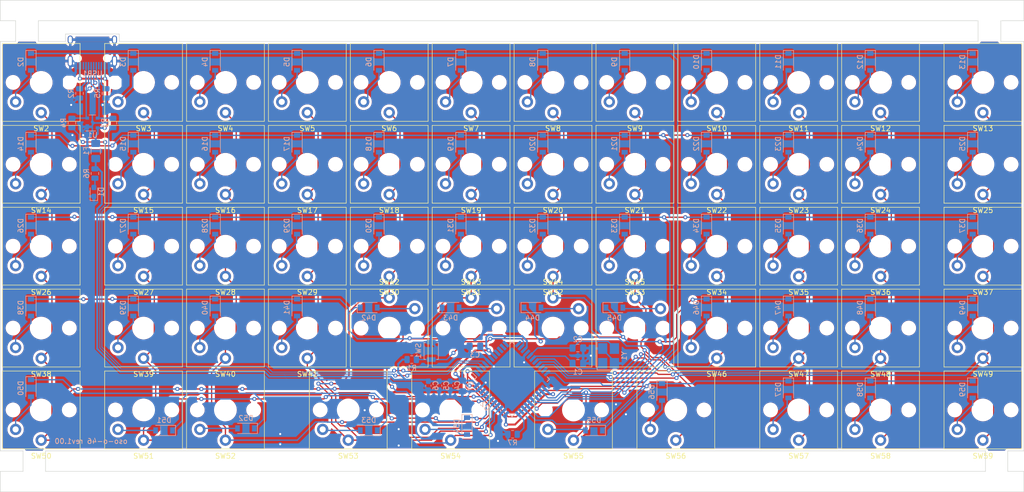
<source format=kicad_pcb>
(kicad_pcb (version 20211014) (generator pcbnew)
  (layers (0 "F.Cu" signal) (31 "B.Cu" signal) (34 "B.Paste" user) (35 "F.Paste" user) (36 "B.SilkS" user "B.Silkscreen") (37 "F.SilkS" user "F.Silkscreen") (38 "B.Mask" user) (39 "F.Mask" user) (44 "Edge.Cuts" user))
  (net 0 "")
  (net 1 "Net-(C1-Pad1)")
  (net 2 "GND")
  (net 3 "Net-(C2-Pad2)")
  (net 4 "Net-(C3-Pad2)")
  (net 5 "+5V")
  (net 6 "Net-(D1-Pad2)")
  (net 7 "ROW01")
  (net 8 "Net-(D2-Pad2)")
  (net 9 "Net-(D3-Pad2)")
  (net 10 "Net-(D4-Pad2)")
  (net 11 "Net-(D5-Pad2)")
  (net 12 "Net-(D6-Pad2)")
  (net 13 "Net-(D7-Pad2)")
  (net 14 "Net-(D8-Pad2)")
  (net 15 "Net-(D9-Pad2)")
  (net 16 "Net-(D10-Pad2)")
  (net 17 "Net-(D11-Pad2)")
  (net 18 "Net-(D12-Pad2)")
  (net 19 "Net-(D13-Pad2)")
  (net 20 "ROW02")
  (net 21 "Net-(D14-Pad2)")
  (net 22 "Net-(D15-Pad2)")
  (net 23 "Net-(D16-Pad2)")
  (net 24 "Net-(D17-Pad2)")
  (net 25 "Net-(D18-Pad2)")
  (net 26 "Net-(D19-Pad2)")
  (net 27 "Net-(D20-Pad2)")
  (net 28 "Net-(D21-Pad2)")
  (net 29 "Net-(D22-Pad2)")
  (net 30 "Net-(D23-Pad2)")
  (net 31 "Net-(D24-Pad2)")
  (net 32 "Net-(D25-Pad2)")
  (net 33 "ROW03")
  (net 34 "Net-(D26-Pad2)")
  (net 35 "Net-(D27-Pad2)")
  (net 36 "Net-(D28-Pad2)")
  (net 37 "Net-(D29-Pad2)")
  (net 38 "Net-(D30-Pad2)")
  (net 39 "Net-(D31-Pad2)")
  (net 40 "Net-(D32-Pad2)")
  (net 41 "Net-(D33-Pad2)")
  (net 42 "Net-(D34-Pad2)")
  (net 43 "Net-(D35-Pad2)")
  (net 44 "Net-(D36-Pad2)")
  (net 45 "Net-(D37-Pad2)")
  (net 46 "ROW04")
  (net 47 "Net-(D38-Pad2)")
  (net 48 "Net-(D39-Pad2)")
  (net 49 "Net-(D40-Pad2)")
  (net 50 "Net-(D41-Pad2)")
  (net 51 "Net-(D42-Pad2)")
  (net 52 "Net-(D43-Pad2)")
  (net 53 "Net-(D44-Pad2)")
  (net 54 "Net-(D45-Pad2)")
  (net 55 "Net-(D46-Pad2)")
  (net 56 "Net-(D47-Pad2)")
  (net 57 "Net-(D48-Pad2)")
  (net 58 "Net-(D49-Pad2)")
  (net 59 "ROW05")
  (net 60 "Net-(D50-Pad2)")
  (net 61 "Net-(D51-Pad2)")
  (net 62 "Net-(D52-Pad2)")
  (net 63 "Net-(D53-Pad2)")
  (net 64 "Net-(D54-Pad2)")
  (net 65 "Net-(D55-Pad2)")
  (net 66 "Net-(D56-Pad2)")
  (net 67 "Net-(D57-Pad2)")
  (net 68 "Net-(D58-Pad2)")
  (net 69 "Net-(D59-Pad2)")
  (net 70 "VCC")
  (net 72 "LED")
  (net 73 "RESET")
  (net 74 "Net-(R2-Pad1)")
  (net 75 "Net-(R3-Pad1)")
  (net 76 "D+")
  (net 77 "Net-(R4-Pad1)")
  (net 78 "D-")
  (net 79 "Net-(R5-Pad1)")
  (net 80 "Net-(R7-Pad2)")
  (net 81 "COL01")
  (net 82 "COL02")
  (net 83 "COL03")
  (net 84 "COL05")
  (net 85 "COL04")
  (net 86 "COL06")
  (net 87 "COL07")
  (net 88 "COL08")
  (net 89 "COL09")
  (net 90 "COL10")
  (net 91 "COL11")
  (net 92 "COL12")
  (footprint "Switch_Keyboard_Kailh:SW_Kailh_Choc_V1" (layer "F.Cu") (at 216 64 180)
    (fp_text reference "SW37")
    (fp_text value "SW_PUSH")
  )
  (footprint "Switch_Keyboard_Kailh:SW_Kailh_Choc_V1" (layer "F.Cu") (at 84 32 180)
    (fp_text reference "SW5")
    (fp_text value "SW_PUSH")
  )
  (footprint "Switch_Keyboard_Kailh:SW_Kailh_Choc_V1" (layer "F.Cu") (at 132 64 180)
    (fp_text reference "SW32")
    (fp_text value "SW_PUSH")
  )
  (footprint "Switch_Keyboard_Kailh:SW_Kailh_Choc_V1" (layer "F.Cu") (at 216 96 180)
    (fp_text reference "SW59")
    (fp_text value "SW_PUSH")
  )
  (footprint "Switch_Keyboard_Kailh:SW_Kailh_Choc_V1" (layer "F.Cu") (at 148 48 180)
    (fp_text reference "SW21")
    (fp_text value "SW_PUSH")
  )
  (footprint "Switch_Keyboard_Kailh:SW_Kailh_Choc_V1" (layer "F.Cu") (at 148 32 180)
    (fp_text reference "SW9")
    (fp_text value "SW_PUSH")
  )
  (footprint "Switch_Keyboard_Kailh:SW_Kailh_Choc_V1" (layer "F.Cu") (at 52 80 180)
    (fp_text reference "SW39")
    (fp_text value "SW_PUSH")
  )
  (footprint "Switch_Keyboard_Kailh:SW_Kailh_Choc_V1" (layer "F.Cu") (at 132 80)
    (fp_text reference "SW44")
    (fp_text value "SW_PUSH")
  )
  (footprint "Switch_Keyboard_Kailh:SW_Kailh_Choc_V1" (layer "F.Cu") (at 52 64 180)
    (fp_text reference "SW27")
    (fp_text value "SW_PUSH")
  )
  (footprint "Switch_Keyboard_Kailh:SW_Kailh_Choc_V1" (layer "F.Cu") (at 196 48 180)
    (fp_text reference "SW24")
    (fp_text value "SW_PUSH")
  )
  (footprint "Switch_Keyboard_Kailh:SW_Kailh_Choc_V1" (layer "F.Cu") (at 216 48 180)
    (fp_text reference "SW25")
    (fp_text value "SW_PUSH")
  )
  (footprint "Switch_Keyboard_Kailh:SW_Kailh_Choc_V1" (layer "F.Cu") (at 180 64 180)
    (fp_text reference "SW35")
    (fp_text value "SW_PUSH")
  )
  (footprint "Switch_Keyboard_Kailh:SW_Kailh_Choc_V1" (layer "F.Cu") (at 100 80)
    (fp_text reference "SW42")
    (fp_text value "SW_PUSH")
  )
  (footprint "Switch_Keyboard_Kailh:SW_Kailh_Choc_V1" (layer "F.Cu") (at 180 48 180)
    (fp_text reference "SW23")
    (fp_text value "SW_PUSH")
  )
  (footprint "Switch_Keyboard_Kailh:SW_Kailh_Choc_V1" (layer "F.Cu") (at 116 48 180)
    (fp_text reference "SW19")
    (fp_text value "SW_PUSH")
  )
  (footprint "Switch_Keyboard_Kailh:SW_Kailh_Choc_V1" (layer "F.Cu") (at 136 96 180)
    (fp_text reference "SW55")
    (fp_text value "SW_PUSH")
  )
  (footprint "Switch_Keyboard_Kailh:SW_Kailh_Choc_V1" (layer "F.Cu") (at 180 96 180)
    (fp_text reference "SW57")
    (fp_text value "SW_PUSH")
  )
  (footprint "Switch_Keyboard_Kailh:SW_Kailh_Choc_V1" (layer "F.Cu") (at 164 80 180)
    (fp_text reference "SW46")
    (fp_text value "SW_PUSH")
  )
  (footprint "Switch_Keyboard_Kailh:SW_Kailh_Choc_V1" (layer "F.Cu") (at 52 96 180)
    (fp_text reference "SW51")
    (fp_text value "SW_PUSH")
  )
  (footprint "Switch_Keyboard_Kailh:SW_Kailh_Choc_V1" (layer "F.Cu") (at 164 48 180)
    (fp_text reference "SW22")
    (fp_text value "SW_PUSH")
  )
  (footprint "Switch_Keyboard_Kailh:SW_Kailh_Choc_V1" (layer "F.Cu") (at 112 96 180)
    (fp_text reference "SW54")
    (fp_text value "SW_PUSH")
  )
  (footprint "Switch_Keyboard_Kailh:SW_Kailh_Choc_V1" (layer "F.Cu") (at 84 64 180)
    (fp_text reference "SW29")
    (fp_text value "SW_PUSH")
  )
  (footprint "Switch_Keyboard_Kailh:SW_Kailh_Choc_V1" (layer "F.Cu") (at 68 64 180)
    (fp_text reference "SW28")
    (fp_text value "SW_PUSH")
  )
  (footprint "Switch_Keyboard_Kailh:SW_Kailh_Choc_V1" (layer "F.Cu") (at 92 96 180)
    (fp_text reference "SW53")
    (fp_text value "SW_PUSH")
  )
  (footprint "Switch_Keyboard_Kailh:SW_Kailh_Choc_V1" (layer "F.Cu") (at 164 32 180)
    (fp_text reference "SW10")
    (fp_text value "SW_PUSH")
  )
  (footprint "Switch_Keyboard_Kailh:SW_Kailh_Choc_V1" (layer "F.Cu") (at 132 48 180)
    (fp_text reference "SW20")
    (fp_text value "SW_PUSH")
  )
  (footprint "Switch_Keyboard_Kailh:SW_Kailh_Choc_V1" (layer "F.Cu") (at 196 96 180)
    (fp_text reference "SW58")
    (fp_text value "SW_PUSH")
  )
  (footprint "Switch_Keyboard_Kailh:SW_Kailh_Choc_V1" (layer "F.Cu") (at 156 96 180)
    (fp_text reference "SW56")
    (fp_text value "SW_PUSH")
  )
  (footprint "Switch_Keyboard_Kailh:SW_Kailh_Choc_V1" (layer "F.Cu") (at 116 64 180)
    (fp_text reference "SW31")
    (fp_text value "SW_PUSH")
  )
  (footprint "Switch_Keyboard_Kailh:SW_Kailh_Choc_V1" (layer "F.Cu") (at 100 64 180)
    (fp_text reference "SW30")
    (fp_text value "SW_PUSH")
  )
  (footprint "Switch_Keyboard_Kailh:SW_Kailh_Choc_V1" (layer "F.Cu") (at 196 64 180)
    (fp_text reference "SW36")
    (fp_text value "SW_PUSH")
  )
  (footprint "Switch_Keyboard_Kailh:SW_Kailh_Choc_V1" (layer "F.Cu") (at 196 32 180)
    (fp_text reference "SW12")
    (fp_text value "SW_PUSH")
  )
  (footprint "Switch_Keyboard_Kailh:SW_Kailh_Choc_V1" (layer "F.Cu") (at 148 64 180)
    (fp_text reference "SW33")
    (fp_text value "SW_PUSH")
  )
  (footprint "Switch_Keyboard_Kailh:SW_Kailh_Choc_V1" (layer "F.Cu") (at 180 80 180)
    (fp_text reference "SW47")
    (fp_text value "SW_PUSH")
  )
  (footprint "Switch_Keyboard_Kailh:SW_Kailh_Choc_V1" (layer "F.Cu") (at 68 80 180)
    (fp_text reference "SW40")
    (fp_text value "SW_PUSH")
  )
  (footprint "Switch_Keyboard_Kailh:SW_Kailh_Choc_V1" (layer "F.Cu") (at 148 80)
    (fp_text reference "SW45")
    (fp_text value "SW_PUSH")
  )
  (footprint "Switch_Keyboard_Kailh:SW_Kailh_Choc_V1" (layer "F.Cu") (at 216 80 180)
    (fp_text reference "SW49")
    (fp_text value "SW_PUSH")
  )
  (footprint "Switch_Keyboard_Kailh:SW_Kailh_Choc_V1" (layer "F.Cu") (at 32 32 180)
    (fp_text reference "SW2")
    (fp_text value "SW_PUSH")
  )
  (footprint "Switch_Keyboard_Kailh:SW_Kailh_Choc_V1" (layer "F.Cu") (at 32 80 180)
    (fp_text reference "SW38")
    (fp_text value "SW_PUSH")
  )
  (footprint "Switch_Keyboard_Kailh:SW_Kailh_Choc_V1" (layer "F.Cu") (at 100 32 180)
    (fp_text reference "SW6")
    (fp_text value "SW_PUSH")
  )
  (footprint "Switch_Keyboard_Kailh:SW_Kailh_Choc_V1" (layer "F.Cu") (at 52 32 180)
    (fp_text reference "SW3")
    (fp_text value "SW_PUSH")
  )
  (footprint "Switch_Keyboard_Kailh:SW_Kailh_Choc_V1" (layer "F.Cu") (at 116 80)
    (fp_text reference "SW43")
    (fp_text value "SW_PUSH")
  )
  (footprint "Switch_Keyboard_Kailh:SW_Kailh_Choc_V1" (layer "F.Cu") (at 84 80 180)
    (fp_text reference "SW41")
    (fp_text value "SW_PUSH")
  )
  (footprint "Switch_Keyboard_Kailh:SW_Kailh_Choc_V1" (layer "F.Cu") (at 32 96 180)
    (fp_text reference "SW50")
    (fp_text value "SW_PUSH")
  )
  (footprint "Switch_Keyboard_Kailh:SW_Kailh_Choc_V1" (layer "F.Cu") (at 52 48 180)
    (fp_text reference "SW15")
    (fp_text value "SW_PUSH")
  )
  (footprint "Switch_Keyboard_Kailh:SW_Kailh_Choc_V1" (layer "F.Cu") (at 196 80 180)
    (fp_text reference "SW48")
    (fp_text value "SW_PUSH")
  )
  (footprint "Switch_Keyboard_Kailh:SW_Kailh_Choc_V1" (layer "F.Cu") (at 100 48 180)
    (fp_text reference "SW18")
    (fp_text value "SW_PUSH")
  )
  (footprint "Switch_Keyboard_Kailh:SW_Kailh_Choc_V1" (layer "F.Cu") (at 216 32 180)
    (fp_text reference "SW13")
    (fp_text value "SW_PUSH")
  )
  (footprint "Switch_Keyboard_Kailh:SW_Kailh_Choc_V1" (layer "F.Cu") (at 68 48 180)
    (fp_text reference "SW16")
    (fp_text value "SW_PUSH")
  )
  (footprint "Switch_Keyboard_Kailh:SW_Kailh_Choc_V1" (layer "F.Cu") (at 68 32 180)
    (fp_text reference "SW4")
    (fp_text value "SW_PUSH")
  )
  (footprint "Switch_Keyboard_Kailh:SW_Kailh_Choc_V1" (layer "F.Cu") (at 116 32 180)
    (fp_text reference "SW7")
    (fp_text value "SW_PUSH")
  )
  (footprint "Switch_Keyboard_Kailh:SW_Kailh_Choc_V1" (layer "F.Cu") (at 132 32 180)
    (fp_text reference "SW8")
    (fp_text value "SW_PUSH")
  )
  (footprint "Switch_Keyboard_Kailh:SW_Kailh_Choc_V1" (layer "F.Cu") (at 32 64 180)
    (fp_text reference "SW26")
    (fp_text value "SW_PUSH")
  )
  (footprint "Switch_Keyboard_Kailh:SW_Kailh_Choc_V1" (layer "F.Cu") (at 84 48 180)
    (fp_text reference "SW17")
    (fp_text value "SW_PUSH")
  )
  (footprint "Switch_Keyboard_Kailh:SW_Kailh_Choc_V1" (layer "F.Cu") (at 68 96 180)
    (fp_text reference "SW52")
    (fp_text value "SW_PUSH")
  )
  (footprint "Switch_Keyboard_Kailh:SW_Kailh_Choc_V1" (layer "F.Cu") (at 32 48 180)
    (fp_text reference "SW14")
    (fp_text value "SW_PUSH")
  )
  (footprint "Switch_Keyboard_Kailh:SW_Kailh_Choc_V1" (layer "F.Cu") (at 164 64 180)
    (fp_text reference "SW34")
    (fp_text value "SW_PUSH")
  )
  (footprint "Switch_Keyboard_Kailh:SW_Kailh_Choc_V1" (layer "F.Cu") (at 180 32 180)
    (fp_text reference "SW11")
    (fp_text value "SW_PUSH")
  )
  (footprint "Diode_SMD:D_SOD-123" (layer "B.Cu") (at 214 76 -90)
    (fp_text reference "D49")
    (fp_text value "D")
  )
  (footprint "Diode_SMD:D_SOD-123" (layer "B.Cu") (at 162 60 -90)
    (fp_text reference "D34")
    (fp_text value "D")
  )
  (footprint "Diode_SMD:D_SOD-123" (layer "B.Cu") (at 144 76)
    (fp_text reference "D45")
    (fp_text value "D")
  )
  (footprint "Diode_SMD:D_SOD-123" (layer "B.Cu") (at 178 76 -90)
    (fp_text reference "D47")
    (fp_text value "D")
  )
  (footprint "Diode_SMD:D_SOD-123" (layer "B.Cu") (at 30 60 -90)
    (fp_text reference "D26")
    (fp_text value "D")
  )
  (footprint "Diode_SMD:D_SOD-123" (layer "B.Cu") (at 178 92 -90)
    (fp_text reference "D57")
    (fp_text value "D")
  )
  (footprint "Capacitor_SMD:C_0603_1608Metric_Pad1.08x0.95mm_HandSolder" (layer "B.Cu") (at 109.75 91.25 90)
    (fp_text reference "C5")
    (fp_text value "0.1u")
  )
  (footprint "Capacitor_SMD:C_0805_2012Metric_Pad1.18x1.45mm_HandSolder" (layer "B.Cu") (at 136.85 86.9)
    (fp_text reference "C1")
    (fp_text value "22u")
  )
  (footprint "Diode_SMD:D_SOD-123" (layer "B.Cu") (at 130 28 -90)
    (fp_text reference "D8")
    (fp_text value "D")
  )
  (footprint "Resistor_SMD:R_0805_2012Metric" (layer "B.Cu") (at 38 39.925 -90)
    (fp_text reference "R4")
    (fp_text value "22")
  )
  (footprint "Diode_SMD:D_SOD-123" (layer "B.Cu") (at 66 60 -90)
    (fp_text reference "D28")
    (fp_text value "D")
  )
  (footprint "Resistor_SMD:R_0805_2012Metric" (layer "B.Cu") (at 39.49 34.15 -90)
    (fp_text reference "R2")
    (fp_text value "5.1k")
  )
  (footprint "Diode_SMD:D_SOD-123" (layer "B.Cu") (at 128 76)
    (fp_text reference "D44")
    (fp_text value "D")
  )
  (footprint "Package_TO_SOT_SMD:SOT-143" (layer "B.Cu") (at 42 39.925)
    (fp_text reference "U1")
    (fp_text value "PRTR5V0U2X")
  )
  (footprint "Resistor_SMD:R_0805_2012Metric" (layer "B.Cu") (at 124.1 100.75)
    (fp_text reference "R7")
    (fp_text value "10k")
  )
  (footprint "Capacitor_SMD:C_0805_2012Metric_Pad1.18x1.45mm_HandSolder" (layer "B.Cu") (at 116.75 83.55)
    (fp_text reference "C3")
    (fp_text value "1u")
  )
  (footprint "Diode_SMD:D_SOD-123" (layer "B.Cu") (at 82 60 -90)
    (fp_text reference "D29")
    (fp_text value "D")
  )
  (footprint "Diode_SMD:D_SOD-123" (layer "B.Cu") (at 178 44 -90)
    (fp_text reference "D23")
    (fp_text value "D")
  )
  (footprint "Diode_SMD:D_SOD-123" (layer "B.Cu") (at 162 44 -90)
    (fp_text reference "D22")
    (fp_text value "D")
  )
  (footprint "Diode_SMD:D_SOD-123" (layer "B.Cu") (at 30 91.75 -90)
    (fp_text reference "D50")
    (fp_text value "D")
  )
  (footprint "Diode_SMD:D_SOD-123" (layer "B.Cu") (at 194 44 -90)
    (fp_text reference "D24")
    (fp_text value "D")
  )
  (footprint "Diode_SMD:D_SOD-123" (layer "B.Cu") (at 30 28 -90)
    (fp_text reference "D2")
    (fp_text value "D")
  )
  (footprint "Diode_SMD:D_SOD-123" (layer "B.Cu") (at 96 76)
    (fp_text reference "D42")
    (fp_text value "D")
  )
  (footprint "Diode_SMD:D_SOD-123" (layer "B.Cu") (at 178 60 -90)
    (fp_text reference "D35")
    (fp_text value "D")
  )
  (footprint "Diode_SMD:D_SOD-123" (layer "B.Cu") (at 146 28 -90)
    (fp_text reference "D9")
    (fp_text value "D")
  )
  (footprint "Resistor_SMD:R_0805_2012Metric" (layer "B.Cu") (at 42.5 49.8 -90)
    (fp_text reference "R6")
    (fp_text value "1k")
  )
  (footprint "Diode_SMD:D_SOD-123" (layer "B.Cu") (at 30 44 -90)
    (fp_text reference "D14")
    (fp_text value "D")
  )
  (footprint "Diode_SMD:D_SOD-123" (layer "B.Cu") (at 130 60 -90)
    (fp_text reference "D32")
    (fp_text value "D")
  )
  (footprint "Capacitor_SMD:C_0805_2012Metric_Pad1.18x1.45mm_HandSolder" (layer "B.Cu") (at 136.85 83.9 180)
    (fp_text reference "C2")
    (fp_text value "22u")
  )
  (footprint "Diode_SMD:D_SOD-123" (layer "B.Cu") (at 194 60 -90)
    (fp_text reference "D36")
    (fp_text value "D")
  )
  (footprint "Diode_SMD:D_SOD-123" (layer "B.Cu") (at 194 92 -90)
    (fp_text reference "D58")
    (fp_text value "D")
  )
  (footprint "Diode_SMD:D_SOD-123" (layer "B.Cu") (at 82 44 -90)
    (fp_text reference "D17")
    (fp_text value "D")
  )
  (footprint "Diode_SMD:D_SOD-123" (layer "B.Cu") (at 30 76 -90)
    (fp_text reference "D38")
    (fp_text value "D")
  )
  (footprint "Diode_SMD:D_SOD-123" (layer "B.Cu") (at 162 28 -90)
    (fp_text reference "D10")
    (fp_text value "D")
  )
  (footprint "Diode_SMD:D_SOD-123" (layer "B.Cu") (at 146 44 -90)
    (fp_text reference "D21")
    (fp_text value "D")
  )
  (footprint "Diode_SMD:D_SOD-123" (layer "B.Cu") (at 66 28 -90)
    (fp_text reference "D4")
    (fp_text value "D")
  )
  (footprint "Diode_SMD:D_SOD-123" (layer "B.Cu") (at 50 44 -90)
    (fp_text reference "D15")
    (fp_text value "D")
  )
  (footprint "Button_Switch_SMD:SW_SPST_B3U-1000P" (layer "B.Cu") (at 108.2 84.45 -90)
    (fp_text reference "SW1")
    (fp_text value "SW_Push")
  )
  (footprint "Capacitor_SMD:C_0805_2012Metric_Pad1.18x1.45mm_HandSolder" (layer "B.Cu") (at 114.26875 91.30625 90)
    (fp_text reference "C7")
    (fp_text value "10u")
  )
  (footprint "Diode_SMD:D_SOD-123" (layer "B.Cu") (at 50 76 -90)
    (fp_text reference "D39")
    (fp_text value "D")
  )
  (footprint "Diode_SMD:D_SOD-123" (layer "B.Cu") (at 82 28 -90)
    (fp_text reference "D5")
    (fp_text value "D")
  )
  (footprint "Diode_SMD:D_SOD-123" (layer "B.Cu") (at 130 44 -90)
    (fp_text reference "D20")
    (fp_text value "D")
  )
  (footprint "Diode_SMD:D_SOD-123" (layer "B.Cu") (at 153.3 92.5 -90)
    (fp_text reference "D56")
    (fp_text value "D")
  )
  (footprint "LED_SMD:LED_0603_1608Metric_Pad1.05x0.95mm_HandSolder" (layer "B.Cu") (at 42.3 53.4 90)
    (fp_text reference "D1")
    (fp_text value "LED")
  )
  (footprint "Crystal:Crystal_SMD_3225-4Pin_3.2x2.5mm_HandSoldering" (layer "B.Cu") (at 142.85 85.45 90)
    (fp_text reference "Y1")
    (fp_text value "16HMz")
  )
  (footprint "Type-C:HRO-TYPE-C-31-M-12-Assembly" (layer "B.Cu") (at 42 21.05)
    (fp_text reference "USB1")
    (fp_text value "HRO-TYPE-C-31-M-12")
  )
  (footprint "Diode_SMD:D_SOD-123" (layer "B.Cu") (at 146 60 -90)
    (fp_text reference "D33")
    (fp_text value "D")
  )
  (footprint "Diode_SMD:D_SOD-123" (layer "B.Cu") (at 214 28 -90)
    (fp_text reference "D13")
    (fp_text value "D")
  )
  (footprint "Diode_SMD:D_SOD-123" (layer "B.Cu") (at 114 28 -90)
    (fp_text reference "D7")
    (fp_text value "D")
  )
  (footprint "Diode_SMD:D_SOD-123" (layer "B.Cu") (at 98 60 -90)
    (fp_text reference "D30")
    (fp_text value "D")
  )
  (footprint "Diode_SMD:D_SOD-123" (layer "B.Cu") (at 114 44 -90)
    (fp_text reference "D19")
    (fp_text value "D")
  )
  (footprint "Fuse:Fuse_1206_3216Metric_Pad1.42x1.75mm_HandSolder" (layer "B.Cu") (at 42.65 45.4 -90)
    (fp_text reference "F1")
    (fp_text value "ASMD1206-150")
  )
  (footprint "Diode_SMD:D_SOD-123" (layer "B.Cu") (at 115.2 99.15 -90)
    (fp_text reference "D54")
    (fp_text value "D")
  )
  (footprint "Diode_SMD:D_SOD-123" (layer "B.Cu") (at 98 44 -90)
    (fp_text reference "D18")
    (fp_text value "D")
  )
  (footprint "Resistor_SMD:R_0805_2012Metric" (layer "B.Cu") (at 46 39.925 -90)
    (fp_text reference "R3")
    (fp_text value "22")
  )
  (footprint "Diode_SMD:D_SOD-123" (layer "B.Cu") (at 162 76 -90)
    (fp_text reference "D46")
    (fp_text value "D")
  )
  (footprint "Diode_SMD:D_SOD-123" (layer "B.Cu") (at 96 100 180)
    (fp_text reference "D53")
    (fp_text value "D")
  )
  (footprint "Diode_SMD:D_SOD-123" (layer "B.Cu") (at 66 44 -90)
    (fp_text reference "D16")
    (fp_text value "D")
  )
  (footprint "Diode_SMD:D_SOD-123" (layer "B.Cu") (at 112 76)
    (fp_text reference "D43")
    (fp_text value "D")
  )
  (footprint "Capacitor_SMD:C_0603_1608Metric_Pad1.08x0.95mm_HandSolder" (layer "B.Cu") (at 107.65 91.25 90)
    (fp_text reference "C6")
    (fp_text value "0.1u")
  )
  (footprint "Diode_SMD:D_SOD-123" (layer "B.Cu") (at 66 76 -90)
    (fp_text reference "D40")
    (fp_text value "D")
  )
  (footprint "Diode_SMD:D_SOD-123" (layer "B.Cu") (at 194 28 -90)
    (fp_text reference "D12")
    (fp_text value "D")
  )
  (footprint "Diode_SMD:D_SOD-123" (layer "B.Cu") (at 214 60 -90)
    (fp_text reference "D37")
    (fp_text value "D")
  )
  (footprint "Resistor_SMD:R_0805_2012Metric" (layer "B.Cu") (at 104.4 86.15)
    (fp_text reference "R1")
    (fp_text value "10k")
  )
  (footprint "Diode_SMD:D_SOD-123" (layer "B.Cu") (at 214 92 -90)
    (fp_text reference "D59")
    (fp_text value "D")
  )
  (footprint "Diode_SMD:D_SOD-123" (layer "B.Cu") (at 98 28 -90)
    (fp_text reference "D6")
    (fp_text value "D")
  )
  (footprint "Package_QFP:TQFP-44_10x10mm_P0.8mm" (layer "B.Cu") (at 124 90 -45)
    (fp_text reference "U2")
    (fp_text value "ATmega32U4-A")
  )
  (footprint "Diode_SMD:D_SOD-123" (layer "B.Cu") (at 214 44 -90)
    (fp_text reference "D25")
    (fp_text value "D")
  )
  (footprint "Diode_SMD:D_SOD-123" (layer "B.Cu") (at 50 60 -90)
    (fp_text reference "D27")
    (fp_text value "D")
  )
  (footprint "Diode_SMD:D_SOD-123" (layer "B.Cu") (at 50 28 -90)
    (fp_text reference "D3")
    (fp_text value "D")
  )
  (footprint "Diode_SMD:D_SOD-123" (layer "B.Cu") (at 114 60 -90)
    (fp_text reference "D31")
    (fp_text value "D")
  )
  (footprint "Diode_SMD:D_SOD-123" (layer "B.Cu") (at 178 28 -90)
    (fp_text reference "D11")
    (fp_text value "D")
  )
  (footprint "Diode_SMD:D_SOD-123" (layer "B.Cu") (at 56 100 180)
    (fp_text reference "D51")
    (fp_text value "D")
  )
  (footprint "Resistor_SMD:R_0805_2012Metric" (layer "B.Cu") (at 44.65 34.15 -90)
    (fp_text reference "R5")
    (fp_text value "5.1k")
  )
  (footprint "Diode_SMD:D_SOD-123" (layer "B.Cu") (at 72 99.6 180)
    (fp_text reference "D52")
    (fp_text value "D")
  )
  (footprint "Diode_SMD:D_SOD-123" (layer "B.Cu") (at 140 100 180)
    (fp_text reference "D55")
    (fp_text value "D")
  )
  (footprint "Diode_SMD:D_SOD-123" (layer "B.Cu") (at 82 76 -90)
    (fp_text reference "D41")
    (fp_text value "D")
  )
  (footprint "Capacitor_SMD:C_0603_1608Metric_Pad1.08x0.95mm_HandSolder" (layer "B.Cu") (at 111.9 91.25 90)
    (fp_text reference "C4")
    (fp_text value "0.1u")
  )
  (footprint "Diode_SMD:D_SOD-123" (layer "B.Cu") (at 194 76 -90)
    (fp_text reference "D48")
    (fp_text value "D")
  )
  (gr_line (start 224 108) (end 224 112) (layer "Edge.Cuts") (width 0.1))
  (gr_line (start 24 15.95) (end 224 15.95) (layer "Edge.Cuts") (width 0.1))
  (gr_line (start 219.5 19.95) (end 219.5 24) (layer "Edge.Cuts") (width 0.1))
  (gr_line (start 31.45 24) (end 36.75 24) (layer "Edge.Cuts") (width 0.1))
  (gr_line (start 224 19.95) (end 219.5 19.95) (layer "Edge.Cuts") (width 0.1))
  (gr_line (start 24 108) (end 28.45 108) (layer "Edge.Cuts") (width 0.1))
  (gr_line (start 24 24) (end 24 104) (layer "Edge.Cuts") (width 0.1))
  (gr_line (start 224 24) (end 224 104) (layer "Edge.Cuts") (width 0.1))
  (gr_line (start 27 24) (end 27 19.95) (layer "Edge.Cuts") (width 0.1))
  (gr_line (start 224 112) (end 24 112) (layer "Edge.Cuts") (width 0.1))
  (gr_line (start 219.5 24) (end 224 24) (layer "Edge.Cuts") (width 0.1))
  (gr_line (start 31.45 19.95) (end 31.45 24) (layer "Edge.Cuts") (width 0.1))
  (gr_line (start 215.05 24) (end 215.05 19.95) (layer "Edge.Cuts") (width 0.1))
  (gr_line (start 24 112) (end 24 108) (layer "Edge.Cuts") (width 0.1))
  (gr_line (start 36.75 24) (end 36.75 22.55) (layer "Edge.Cuts") (width 0.1))
  (gr_line (start 24 19.95) (end 27 19.95) (layer "Edge.Cuts") (width 0.1))
  (gr_line (start 32.85 104) (end 216.5 104) (layer "Edge.Cuts") (width 0.1))
  (gr_line (start 24 24) (end 27 24) (layer "Edge.Cuts") (width 0.1))
  (gr_line (start 224 108) (end 220.85 108) (layer "Edge.Cuts") (width 0.1))
  (gr_line (start 24 104) (end 28.45 104) (layer "Edge.Cuts") (width 0.1))
  (gr_line (start 220.85 104) (end 224 104) (layer "Edge.Cuts") (width 0.1))
  (gr_line (start 24 19.95) (end 24 15.95) (layer "Edge.Cuts") (width 0.1))
  (gr_line (start 220.85 104) (end 220.85 108) (layer "Edge.Cuts") (width 0.1))
  (gr_line (start 47.25 24) (end 215.05 24) (layer "Edge.Cuts") (width 0.1))
  (gr_line (start 47.25 22.55) (end 47.25 24) (layer "Edge.Cuts") (width 0.1))
  (gr_line (start 224 15.95) (end 224 19.95) (layer "Edge.Cuts") (width 0.1))
  (gr_line (start 28.45 104) (end 28.45 108) (layer "Edge.Cuts") (width 0.1))
  (gr_line (start 216.5 108) (end 32.85 108) (layer "Edge.Cuts") (width 0.1))
  (gr_line (start 31.45 19.95) (end 215.05 19.95) (layer "Edge.Cuts") (width 0.1))
  (gr_line (start 32.85 104) (end 32.85 108) (layer "Edge.Cuts") (width 0.1))
  (gr_line (start 36.75 22.55) (end 47.25 22.55) (layer "Edge.Cuts") (width 0.1))
  (gr_line (start 216.5 104) (end 216.5 108) (layer "Edge.Cuts") (width 0.1))
  (gr_text "oso-o-46 rev1.00" (at 41.75 102.1) (layer "B.SilkS") (effects (font (size 1 1)) (justify mirror)))
  (segment (start 140.64848 87.95152) (end 141.7 86.9) (width 0.254) (layer "B.Cu") (net 1))
  (segment (start 135.8125 86.9) (end 136.86402 87.95152) (width 0.254) (layer "B.Cu") (net 1))
  (segment (start 128.030509 85.969491) (end 128.516127 85.483873) (width 0.254) (layer "B.Cu") (net 1))
  (segment (start 136.86402 87.95152) (end 140.64848 87.95152) (width 0.254) (layer "B.Cu") (net 1))
  (segment (start 128.516127 85.483873) (end 134.396373 85.483873) (width 0.254) (layer "B.Cu") (net 1))
  (segment (start 134.396373 85.483873) (end 135.8125 86.9) (width 0.254) (layer "B.Cu") (net 1))
  (segment (start 44.02525 36.40125) (end 37.85125 36.40125) (width 0.381) (layer "F.Cu") (net 2))
  (segment (start 44.0265 36.4) (end 44.02525 36.40125) (width 0.381) (layer "F.Cu") (net 2))
  (segment (start 120.45 87.55) (end 125.493184 87.55) (width 0.381) (layer "F.Cu") (net 2))
  (segment (start 118.85 89.15) (end 120.45 87.55) (width 0.381) (layer "F.Cu") (net 2))
  (segment (start 126.350019 86.693165) (end 138.094335 86.693165) (width 0.381) (layer "F.Cu") (net 2))
  (segment (start 138.094335 86.693165) (end 139.39375 85.39375) (width 0.381) (layer "F.Cu") (net 2))
  (segment (start 125.493184 87.55) (end 126.350019 86.693165) (width 0.381) (layer "F.Cu") (net 2))
  (segment (start 146.25 96.85) (end 144.3 94.9) (width 0.381) (layer "F.Cu") (net 2))
  (segment (start 40.2 42.3) (end 38.1 42.3) (width 0.381) (layer "F.Cu") (net 2))
  (segment (start 118.85 90.65) (end 118.85 89.15) (width 0.381) (layer "F.Cu") (net 2))
  (via (at 101.85 99.75) (size 0.8) (drill 0.4) (layers "F.Cu" "B.Cu") (net 2))
  (via (at 144.3 94.9) (size 0.8) (drill 0.4) (layers "F.Cu" "B.Cu") (net 2))
  (via (at 95.2 96.05) (size 0.8) (drill 0.4) (layers "F.Cu" "B.Cu") (net 2))
  (via (at 37.85125 36.40125) (size 0.8) (drill 0.4) (layers "F.Cu" "B.Cu") (net 2))
  (via (at 78.7 102.7) (size 0.8) (drill 0.4) (layers "F.Cu" "B.Cu") (net 2))
  (via (at 139.39375 85.39375) (size 0.8) (drill 0.4) (layers "F.Cu" "B.Cu") (net 2))
  (via (at 101.85 102.95) (size 0.8) (drill 0.4) (layers "F.Cu" "B.Cu") (net 2))
  (via (at 44.0265 36.4) (size 0.8) (drill 0.4) (layers "F.Cu" "B.Cu") (net 2))
  (via (at 118.85 90.65) (size 0.8) (drill 0.4) (layers "F.Cu" "B.Cu") (net 2))
  (via (at 38.1 42.3) (size 0.8) (drill 0.4) (layers "F.Cu" "B.Cu") (net 2))
  (via (at 78.7 100.7) (size 0.8) (drill 0.4) (layers "F.Cu" "B.Cu") (net 2))
  (via (at 146.25 96.85) (size 0.8) (drill 0.4) (layers "F.Cu" "B.Cu") (net 2))
  (via (at 120.45 87.55) (size 0.8) (drill 0.4) (layers "F.Cu" "B.Cu") (net 2))
  (via (at 121.25 102.05) (size 0.8) (drill 0.4) (layers "F.Cu" "B.Cu") (net 2))
  (via (at 40.2 42.3) (size 0.8) (drill 0.4) (layers "F.Cu" "B.Cu") (net 2))
  (via (at 126.350019 86.693165) (size 0.8) (drill 0.4) (layers "F.Cu" "B.Cu") (net 2))
  (segment (start 41 43.08277) (end 40.991385 43.091385) (width 0.381) (layer "B.Cu") (net 2))
  (segment (start 116.70998 85.50998) (end 116.71996 85.5) (width 0.381) (layer "B.Cu") (net 2))
  (segment (start 45.225 28.745) (end 45.225 30.025) (width 0.381) (layer "B.Cu") (net 2))
  (segment (start 41 40.675) (end 41 43.08277) (width 0.381) (layer "B.Cu") (net 2))
  (segment (start 45.0875 35.0625) (end 44.65 35.0625) (width 0.381) (layer "B.Cu") (net 2))
  (segment (start 140 84.7875) (end 140 84) (width 0.381) (layer "B.Cu") (net 2))
  (segment (start 44.95 34.7625) (end 44.65 35.0625) (width 0.2) (layer "B.Cu") (net 2))
  (segment (start 39.49 35.0625) (end 39.19 35.0625) (width 0.381) (layer "B.Cu") (net 2))
  (segment (start 38.1 42.3) (end 37.1 42.3) (width 0.381) (layer "B.Cu") (net 2))
  (segment (start 40.2 42.3) (end 40.2 41.475) (width 0.381) (layer "B.Cu") (net 2))
  (segment (start 121.683114 99.245614) (end 123.1875 100.75) (width 0.381) (layer "B.Cu") (net 2))
  (segment (start 38.775 30.0825) (end 38.3625 30.495) (width 0.381) (layer "B.Cu") (net 2))
  (segment (start 100.0604 90.07006) (end 100.670861 90.68052) (width 0.381) (layer "B.Cu") (net 2))
  (segment (start 36.705 30.495) (end 38.3625 30.495) (width 0.381) (layer "B.Cu") (net 2))
  (segment (start 44.65 35.7765) (end 44.0265 36.4) (width 0.381) (layer "B.Cu") (net 2))
  (segment (start 47.9 33.3) (end 47.45 33.75) (width 0.381) (layer "B.Cu") (net 2))
  (segment (start 144 86.5) (end 141.949996 84.449996) (width 0.254) (layer "B.Cu") (net 2))
  (segment (start 116.71996 85.5) (end 118.368629 85.5) (width 0.381) (layer "B.Cu") (net 2))
  (segment (start 47.45 33.75) (end 46.4 33.75) (width 0.381) (layer "B.Cu") (net 2))
  (segment (start 40.991385 55.591385) (end 42.3 56.9) (width 0.381) (layer "B.Cu") (net 2))
  (segment (start 141.7 84.45) (end 141.7 84) (width 0.381) (layer "B.Cu") (net 2))
  (segment (start 47.9 31.25) (end 47.9 33.3) (width 0.381) (layer "B.Cu") (net 2))
  (segment (start 109.75 92.1125) (end 111.9 92.1125) (width 0.381) (layer "B.Cu") (net 2))
  (segment (start 75.40954 89.13052) (end 76.34956 90.070539) (width 0.381) (layer "B.Cu") (net 2))
  (segment (start 114.0375 92.1125) (end 114.26875 92.34375) (width 0.381) (layer "B.Cu") (net 2))
  (segment (start 42.3 84.220979) (end 47.209541 89.13052) (width 0.381) (layer "B.Cu") (net 2))
  (segment (start 126.350019 86.693165) (end 126.350019 85.387239) (width 0.381) (layer "B.Cu") (net 2))
  (segment (start 45.1875 34.7625) (end 44.95 34.7625) (width 0.2) (layer "B.Cu") (net 2))
  (segment (start 130.858936 91.202082) (end 126.350019 86.693165) (width 0.381) (layer "B.Cu") (net 2))
  (segment (start 36.05 31.15) (end 36.05 34.1) (width 0.381) (layer "B.Cu") (net 2))
  (segment (start 106.21802 90.68052) (end 107.65 92.1125) (width 0.381) (layer "B.Cu") (net 2))
  (segment (start 111.9 92.1125) (end 114.0375 92.1125) (width 0.381) (layer "B.Cu") (net 2))
  (segment (start 100.670861 90.68052) (end 106.21802 90.68052) (width 0.381) (layer "B.Cu") (net 2))
  (segment (start 117.70675 91.767767) (end 117.732233 91.767767) (width 0.381) (layer "B.Cu") (net 2))
  (segment (start 117.732233 91.767767) (end 118.85 90.65) (width 0.381) (layer "B.Cu") (net 2))
  (segment (start 40.2 41.475) (end 41 40.675) (width 0.381) (layer "B.Cu") (net 2))
  (segment (start 47.209541 89.13052) (end 75.40954 89.13052) (width 0.381) (layer "B.Cu") (net 2))
  (segment (start 76.34956 90.070539) (end 79.943432 90.070539) (width 0.381) (layer "B.Cu") (net 2))
  (segment (start 141.949996 84.449996) (end 141.699996 84.449996) (width 0.254) (layer "B.Cu") (net 2))
  (segment (start 108.2 82.75) (end 109.3 83.85) (width 0.381) (layer "B.Cu") (net 2))
  (segment (start 36.3 41.5) (end 36.3 37.9525) (width 0.381) (layer "B.Cu") (net 2))
  (segment (start 36.05 31.15) (end 36.705 30.495) (width 0.381) (layer "B.Cu") (net 2))
  (segment (start 109.3 83.85) (end 115.4125 83.85) (width 0.381) (layer "B.Cu") (net 2))
  (segment (start 37.0125 35.0625) (end 39.49 35.0625) (width 0.381) (layer "B.Cu") (net 2))
  (segment (start 137.8875 86.9) (end 140 84.7875) (width 0.381) (layer "B.Cu") (net 2))
  (segment (start 137.8875 83.9) (end 137.9875 84) (width 0.381) (layer "B.Cu") (net 2))
  (segment (start 122.781352 95.744131) (end 122.781352 94.581352) (width 0.381) (layer "B.Cu") (net 2))
  (segment (start 114.26875 92.34375) (end 117.130767 92.34375) (width 0.381) (layer "B.Cu") (net 2))
  (segment (start 45.225 30.025) (end 45.7 30.5) (width 0.381) (layer "B.Cu") (net 2))
  (segment (start 40.991385 43.091385) (end 40.991385 55.591385) (width 0.381) (layer "B.Cu") (net 2))
  (segment (start 118.368629 85.5) (end 119.403806 86.535177) (width 0.381) (layer "B.Cu") (net 2))
  (segment (start 36.3 37.9525) (end 37.85125 36.40125) (width 0.381) (layer "B.Cu") (net 2))
  (segment (start 126.350019 85.387239) (end 126.899138 84.83812) (width 0.381) (layer "B.Cu") (net 2))
  (segment (start 122.781352 94.581352) (end 118.85 90.65) (width 0.381) (layer "B.Cu") (net 2))
  (segment (start 79.943432 90.070539) (end 79.943911 90.07006) (width 0.381) (layer "B.Cu") (net 2))
  (segment (start 79.943911 90.07006) (end 100.0604 90.07006) (width 0.381) (layer "B.Cu") (net 2))
  (segment (start 119.952924 87.084295) (end 119.984295 87.084295) (width 0.381) (layer "B.Cu") (net 2))
  (segment (start 37.1 42.3) (end 36.3 41.5) (width 0.381) (layer "B.Cu") (net 2))
  (segment (start 137.9875 84) (end 141.7 84) (width 0.381) (layer "B.Cu") (net 2))
  (segment (start 42.3 56.9) (end 42.3 84.220979) (width 0.381) (layer "B.Cu") (net 2))
  (segment (start 47.15 30.5) (end 47.9 31.25) (width 0.381) (layer "B.Cu") (net 2))
  (segment (start 109.75 92.1125) (end 107.65 92.1125) (width 0.381) (layer "B.Cu") (net 2))
  (segment (start 36.05 34.1) (end 37.0125 35.0625) (width 0.381) (layer "B.Cu") (net 2))
  (segment (start 115.7125 84.5125) (end 116.70998 85.50998) (width 0.381) (layer "B.Cu") (net 2))
  (segment (start 45.7 30.5) (end 47.15 30.5) (width 0.381) (layer "B.Cu") (net 2))
  (segment (start 38.775 28.745) (end 38.775 30.0825) (width 0.381) (layer "B.Cu") (net 2))
  (segment (start 115.7125 83.55) (end 115.7125 84.5125) (width 0.381) (layer "B.Cu") (net 2))
  (segment (start 44.65 35.0625) (end 44.65 35.7765) (width 0.381) (layer "B.Cu") (net 2))
  (segment (start 121.683114 96.842369) (end 121.683114 99.245614) (width 0.381) (layer "B.Cu") (net 2))
  (segment (start 46.4 33.75) (end 45.0875 35.0625) (width 0.381) (layer "B.Cu") (net 2))
  (segment (start 117.130767 92.34375) (end 117.70675 91.767767) (width 0.381) (layer "B.Cu") (net 2))
  (segment (start 122.232233 96.29325) (end 121.683114 96.842369) (width 0.381) (layer "B.Cu") (net 2))
  (segment (start 122.232233 96.29325) (end 122.781352 95.744131) (width 0.381) (layer "B.Cu") (net 2))
  (segment (start 39.19 35.0625) (end 37.85125 36.40125) (width 0.381) (layer "B.Cu") (net 2))
  (segment (start 119.984295 87.084295) (end 120.45 87.55) (width 0.381) (layer "B.Cu") (net 2))
  (segment (start 119.403806 86.535177) (end 119.952924 87.084295) (width 0.381) (layer "B.Cu") (net 2))
  (segment (start 42.3 54.275) (end 42.3 56.9) (width 0.381) (layer "B.Cu") (net 2))
  (segment (start 137.089011 82.623489) (end 142.773489 82.623489) (width 0.254) (layer "B.Cu") (net 3))
  (segment (start 142.773489 82.623489) (end 144 83.85) (width 0.254) (layer "B.Cu") (net 3))
  (segment (start 135.8125 83.9) (end 137.089011 82.623489) (width 0.254) (layer "B.Cu") (net 3))
  (segment (start 144 83.85) (end 144 84) (width 0.254) (layer "B.Cu") (net 3))
  (segment (start 128.968629 83.9) (end 127.464823 85.403806) (width 0.254) (layer "B.Cu") (net 3))
  (segment (start 135.8125 83.9) (end 128.968629 83.9) (width 0.254) (layer "B.Cu") (net 3))
  (segment (start 117.7875 83.7875) (end 119.969491 85.969491) (width 0.254) (layer "B.Cu") (net 4))
  (segment (start 130.516295 92.91646) (end 124.582755 98.85) (width 0.381) (layer "F.Cu") (net 5))
  (segment (start 124.582755 98.85) (end 122.8 98.85) (width 0.381) (layer "F.Cu") (net 5))
  (segment (start 132 92.91646) (end 130.516295 92.91646) (width 0.381) (layer "F.Cu") (net 5))
  (segment (start 119.4 84.35) (end 116.8 84.35) (width 0.381) (layer "F.Cu") (net 5))
  (segment (start 112.95 88.2) (end 116.8 84.35) (width 0.381) (layer "F.Cu") (net 5))
  (segment (start 112.95 88.2) (end 112.95 88.95) (width 0.381) (layer "F.Cu") (net 5))
  (segment (start 116.418824 91.25) (end 115.7 91.25) (width 0.381) (layer "F.Cu") (net 5))
  (segment (start 119.45 84.35) (end 119.4 84.35) (width 0.381) (layer "F.Cu") (net 5))
  (segment (start 122.8 98.85) (end 122.8 97.631176) (width 0.381) (layer "F.Cu") (net 5))
  (segment (start 122.8 97.631176) (end 116.418824 91.25) (width 0.381) (layer "F.Cu") (net 5))
  (via (at 115.7 91.25) (size 0.8) (drill 0.4) (layers "F.Cu" "B.Cu") (net 5))
  (via (at 122.8 98.85) (size 0.8) (drill 0.4) (layers "F.Cu" "B.Cu") (net 5))
  (via (at 132 92.91646) (size 0.8) (drill 0.4) (layers "F.Cu" "B.Cu") (net 5))
  (via (at 119.45 84.35) (size 0.8) (drill 0.4) (layers "F.Cu" "B.Cu") (net 5))
  (via (at 112.95 88.95) (size 0.8) (drill 0.4) (layers "F.Cu" "B.Cu") (net 5))
  (segment (start 76.590019 89.490019) (end 79.702973 89.490019) (width 0.381) (layer "B.Cu") (net 5))
  (segment (start 79.703452 89.48954) (end 100.30086 89.48954) (width 0.381) (layer "B.Cu") (net 5))
  (segment (start 42.65 46.8875) (end 42.65 48.7375) (width 0.381) (layer "B.Cu") (net 5))
  (segment (start 42.95 84.05) (end 47.45 88.55) (width 0.381) (layer "B.Cu") (net 5))
  (segment (start 79.702973 89.490019) (end 79.703452 89.48954) (width 0.381) (layer "B.Cu") (net 5))
  (segment (start 122.797918 96.858936) (end 122.797918 98.847918) (width 0.381) (layer "B.Cu") (net 5))
  (segment (start 122.797918 98.847918) (end 122.8 98.85) (width 0.381) (layer "B.Cu") (net 5))
  (segment (start 130.29325 91.767767) (end 131.441943 92.91646) (width 0.381) (layer "B.Cu") (net 5))
  (segment (start 42.5 48.8875) (end 43.1875 48.8875) (width 0.381) (layer "B.Cu") (net 5))
  (segment (start 120.339985 81.57274) (end 120.077234 81.309989) (width 0.381) (layer "B.Cu") (net 5))
  (segment (start 119.481371 84.35) (end 120.535177 85.403806) (width 0.381) (layer "B.Cu") (net 5))
  (segment (start 117.70675 88.232233) (end 116.964537 87.49002) (width 0.381) (layer "B.Cu") (net 5))
  (segment (start 115.7 91.25) (end 115.25 91.25) (width 0.381) (layer "B.Cu") (net 5))
  (segment (start 75.65 88.55) (end 76.590019 89.490019) (width 0.381) (layer "B.Cu") (net 5))
  (segment (start 43.1875 48.8875) (end 43.85 49.55) (width 0.381) (layer "B.Cu") (net 5))
  (segment (start 100.91132 90.1) (end 103.2 90.1) (width 0.381) (layer "B.Cu") (net 5))
  (segment (start 115.25 91.25) (end 114.26875 90.26875) (width 0.381) (layer "B.Cu") (net 5))
  (segment (start 42.65 48.7375) (end 42.5 48.8875) (width 0.381) (layer "B.Cu") (net 5))
  (segment (start 119.422766 81.309989) (end 118.959989 81.772766) (width 0.381) (layer "B.Cu") (net 5))
  (segment (start 120.077234 81.309989) (end 119.422766 81.309989) (width 0.381) (layer "B.Cu") (net 5))
  (segment (start 116.207732 90.26875) (end 117.141064 91.202082) (width 0.381) (layer "B.Cu") (net 5))
  (segment (start 116.964537 87.49002) (end 115.042735 87.49002) (width 0.381) (layer "B.Cu") (net 5))
  (segment (start 126.882571 83.723316) (end 126.882571 82.482571) (width 0.381) (layer "B.Cu") (net 5))
  (segment (start 102.6 86.15) (end 101.75 87) (width 0.381) (layer "B.Cu") (net 5))
  (segment (start 119.45 84.35) (end 119.481371 84.35) (width 0.381) (layer "B.Cu") (net 5))
  (segment (start 101.75 88.65) (end 103.2 90.1) (width 0.381) (layer "B.Cu") (net 5))
  (segment (start 125.97274 81.57274) (end 120.339985 81.57274) (width 0.381) (layer "B.Cu") (net 5))
  (segment (start 118.959989 83.828617) (end 120.535177 85.403806) (width 0.381) (layer "B.Cu") (net 5))
  (segment (start 114.15 90.3875) (end 114.26875 90.26875) (width 0.381) (layer "B.Cu") (net 5))
  (segment (start 109.75 90.3875) (end 111.9 90.3875) (width 0.381) (layer "B.Cu") (net 5))
  (segment (start 131.441943 92.91646) (end 132 92.91646) (width 0.381) (layer "B.Cu") (net 5))
  (segment (start 47.45 88.55) (end 75.65 88.55) (width 0.381) (layer "B.Cu") (net 5))
  (segment (start 118.959989 81.772766) (end 118.959989 83.828617) (width 0.381) (layer "B.Cu") (net 5))
  (segment (start 103.4875 86.15) (end 102.6 86.15) (width 0.381) (layer "B.Cu") (net 5))
  (segment (start 114.26875 88.264005) (end 114.26875 90.26875) (width 0.381) (layer "B.Cu") (net 5))
  (segment (start 114.26875 90.26875) (end 116.207732 90.26875) (width 0.381) (layer "B.Cu") (net 5))
  (segment (start 101.75 87) (end 101.75 88.65) (width 0.381) (layer "B.Cu") (net 5))
  (segment (start 126.882571 82.482571) (end 125.97274 81.57274) (width 0.381) (layer "B.Cu") (net 5))
  (segment (start 107.3625 90.1) (end 107.65 90.3875) (width 0.381) (layer "B.Cu") (net 5))
  (segment (start 111.9 90.3875) (end 114.15 90.3875) (width 0.381) (layer "B.Cu") (net 5))
  (segment (start 42.95 56.7) (end 42.95 84.05) (width 0.381) (layer "B.Cu") (net 5))
  (segment (start 112.95 88.95) (end 114.26875 90.26875) (width 0.381) (layer "B.Cu") (net 5))
  (segment (start 100.30086 89.48954) (end 100.91132 90.1) (width 0.381) (layer "B.Cu") (net 5))
  (segment (start 126.333452 84.272435) (end 126.882571 83.723316) (width 0.381) (layer "B.Cu") (net 5))
  (segment (start 107.65 90.3875) (end 109.75 90.3875) (width 0.381) (layer "B.Cu") (net 5))
  (segment (start 103.2 90.1) (end 107.3625 90.1) (width 0.381) (layer "B.Cu") (net 5))
  (segment (start 115.042735 87.49002) (end 114.26875 88.264005) (width 0.381) (layer "B.Cu") (net 5))
  (segment (start 43.85 55.8) (end 42.95 56.7) (width 0.381) (layer "B.Cu") (net 5))
  (segment (start 43.85 49.55) (end 43.85 55.8) (width 0.381) (layer "B.Cu") (net 5))
  (segment (start 42.5 52.325) (end 42.3 52.525) (width 0.254) (layer "B.Cu") (net 6))
  (segment (start 42.5 50.7125) (end 42.5 52.325) (width 0.254) (layer "B.Cu") (net 6))
  (segment (start 131.9 98) (end 132.65 98.75) (width 0.254) (layer "B.Cu") (net 7))
  (segment (start 162 26.35) (end 178 26.35) (width 0.254) (layer "B.Cu") (net 7))
  (segment (start 114 26.35) (end 130 26.35) (width 0.254) (layer "B.Cu") (net 7))
  (segment (start 98 26.35) (end 114 26.35) (width 0.254) (layer "B.Cu") (net 7))
  (segment (start 132.65 98.75) (end 142.258626 98.75) (width 0.254) (layer "B.Cu") (net 7))
  (segment (start 156.35 27.6) (end 155.1 26.35) (width 0.254) (layer "B.Cu") (net 7))
  (segment (start 142.258626 98.75) (end 149.573489 91.435137) (width 0.254) (layer "B.Cu") (net 7))
  (segment (start 178 26.35) (end 194 26.35) (width 0.254) (layer "B.Cu") (net 7))
  (segment (start 156.35 84.099985) (end 156.35 27.6) (width 0.254) (layer "B.Cu") (net 7))
  (segment (start 66 26.35) (end 82 26.35) (width 0.254) (layer "B.Cu") (net 7))
  (segment (start 155.1 26.35) (end 162 26.35) (width 0.254) (layer "B.Cu") (net 7))
  (segment (start 50 26.35) (end 66 26.35) (width 0.254) (layer "B.Cu") (net 7))
  (segment (start 128.605887 98) (end 131.9 98) (width 0.254) (layer "B.Cu") (net 7))
  (segment (start 146 26.35) (end 155.1 26.35) (width 0.254) (layer "B.Cu") (net 7))
  (segment (start 126.333452 95.727565) (end 128.605887 98) (width 0.254) (layer "B.Cu") (net 7))
  (segment (start 50 26.35) (end 30 26.35) (width 0.254) (layer "B.Cu") (net 7))
  (segment (start 82 26.35) (end 98 26.35) (width 0.254) (layer "B.Cu") (net 7))
  (segment (start 149.573489 91.435137) (end 149.573489 90.876496) (width 0.254) (layer "B.Cu") (net 7))
  (segment (start 194 26.35) (end 214 26.35) (width 0.254) (layer "B.Cu") (net 7))
  (segment (start 149.573489 90.876496) (end 156.35 84.099985) (width 0.254) (layer "B.Cu") (net 7))
  (segment (start 130 26.35) (end 146 26.35) (width 0.254) (layer "B.Cu") (net 7))
  (segment (start 27 34.027999) (end 27 35.8) (width 0.254) (layer "B.Cu") (net 8))
  (segment (start 30 31.027999) (end 27 34.027999) (width 0.254) (layer "B.Cu") (net 8))
  (segment (start 30 29.65) (end 30 31.027999) (width 0.254) (layer "B.Cu") (net 8))
  (segment (start 50 29.65) (end 49.898479 29.751521) (width 0.254) (layer "B.Cu") (net 9))
  (segment (start 49.898479 29.751521) (end 49.898479 32.901521) (width 0.254) (layer "B.Cu") (net 9))
  (segment (start 49.898479 32.901521) (end 47 35.8) (width 0.254) (layer "B.Cu") (net 9))
  (segment (start 63 34.244366) (end 63 35.8) (width 0.254) (layer "B.Cu") (net 10))
  (segment (start 66 31.244366) (end 63 34.244366) (width 0.254) (layer "B.Cu") (net 10))
  (segment (start 66 29.65) (end 66 31.244366) (width 0.254) (layer "B.Cu") (net 10))
  (segment (start 79 34.05) (end 79 35.8) (width 0.254) (layer "B.Cu") (net 11))
  (segment (start 82 29.65) (end 82 31.05) (width 0.254) (layer "B.Cu") (net 11))
  (segment (start 82 31.05) (end 79 34.05) (width 0.254) (layer "B.Cu") (net 11))
  (segment (start 95.8 35) (end 95 35.8) (width 0.254) (layer "B.Cu") (net 12))
  (segment (start 98 31.35) (end 95.8 33.55) (width 0.254) (layer "B.Cu") (net 12))
  (segment (start 95.8 33.55) (end 95.8 35) (width 0.254) (layer "B.Cu") (net 12))
  (segment (start 98 29.65) (end 98 31.35) (width 0.254) (layer "B.Cu") (net 12))
  (segment (start 114 29.65) (end 114 31.1) (width 0.254) (layer "B.Cu") (net 13))
  (segment (start 111.826521 33.273479) (end 111.826521 34.973479) (width 0.254) (layer "B.Cu") (net 13))
  (segment (start 114 31.1) (end 111.826521 33.273479) (width 0.254) (layer "B.Cu") (net 13))
  (segment (start 111.826521 34.973479) (end 111 35.8) (width 0.254) (layer "B.Cu") (net 13))
  (segment (start 127.65 35.15) (end 127 35.8) (width 0.254) (layer "B.Cu") (net 14))
  (segment (start 127.65 33.4) (end 127.65 35.15) (width 0.254) (layer "B.Cu") (net 14))
  (segment (start 130 31.05) (end 127.65 33.4) (width 0.254) (layer "B.Cu") (net 14))
  (segment (start 130 29.65) (end 130 31.05) (width 0.254) (layer "B.Cu") (net 14))
  (segment (start 146 31.244366) (end 143 34.244366) (width 0.254) (layer "B.Cu") (net 15))
  (segment (start 146 29.65) (end 146 31.244366) (width 0.254) (layer "B.Cu") (net 15))
  (segment (start 143 34.244366) (end 143 35.8) (width 0.254) (layer "B.Cu") (net 15))
  (segment (start 162 29.65) (end 162 31.1) (width 0.254) (layer "B.Cu") (net 16))
  (segment (start 159 34.1) (end 159 35.8) (width 0.254) (layer "B.Cu") (net 16))
  (segment (start 162 31.1) (end 159 34.1) (width 0.254) (layer "B.Cu") (net 16))
  (segment (start 175 34.75) (end 175 35.8) (width 0.254) (layer "B.Cu") (net 17))
  (segment (start 177.6 32.15) (end 175 34.75) (width 0.254) (layer "B.Cu") (net 17))
  (segment (start 177.6 30.05) (end 177.6 32.15) (width 0.254) (layer "B.Cu") (net 17))
  (segment (start 178 29.65) (end 177.6 30.05) (width 0.254) (layer "B.Cu") (net 17))
  (segment (start 194 30.95) (end 191.65 33.3) (width 0.254) (layer "B.Cu") (net 18))
  (segment (start 191.65 35.15) (end 191 35.8) (width 0.254) (layer "B.Cu") (net 18))
  (segment (start 191.65 33.3) (end 191.65 35.15) (width 0.254) (layer "B.Cu") (net 18))
  (segment (start 194 29.65) (end 194 30.95) (width 0.254) (layer "B.Cu") (net 18))
  (segment (start 211 34.027999) (end 211 35.8) (width 0.254) (layer "B.Cu") (net 19))
  (segment (start 214 29.65) (end 214 31.027999) (width 0.254) (layer "B.Cu") (net 19))
  (segment (start 214 31.027999) (end 211 34.027999) (width 0.254) (layer "B.Cu") (net 19))
  (segment (start 45.8995 44.35) (end 45.8495 44.4) (width 0.254) (layer "F.Cu") (net 20))
  (segment (start 158.25 42.3) (end 153.55 42.3) (width 0.254) (layer "F.Cu") (net 20))
  (segment (start 45.8495 44.4) (end 38.1 44.4) (width 0.254) (layer "F.Cu") (net 20))
  (via (at 38.1 44.4) (size 0.8) (drill 0.4) (layers "F.Cu" "B.Cu") (net 20))
  (via (at 45.8995 44.35) (size 0.8) (drill 0.4) (layers "F.Cu" "B.Cu") (net 20))
  (via (at 158.25 42.3) (size 0.8) (drill 0.4) (layers "F.Cu" "B.Cu") (net 20))
  (via (at 153.55 42.3) (size 0.8) (drill 0.4) (layers "F.Cu" "B.Cu") (net 20))
  (segment (start 153.6 42.3) (end 155.55 44.25) (width 0.254) (layer "B.Cu") (net 20))
  (segment (start 131.25 97.35) (end 129.1 97.35) (width 0.254) (layer "B.Cu") (net 20))
  (segment (start 35.6 42.35) (end 30 42.35) (width 0.254) (layer "B.Cu") (net 20))
  (segment (start 98 42.35) (end 82 42.35) (width 0.254) (layer "B.Cu") (net 20))
  (segment (start 38.1 44.4) (end 37.65 44.4) (width 0.254) (layer "B.Cu") (net 20))
  (segment (start 134.75 93.85) (end 131.25 97.35) (width 0.254) (layer "B.Cu") (net 20))
  (segment (start 158.25 42.3) (end 158.3 42.35) (width 0.254) (layer "B.Cu") (net 20))
  (segment (start 153.5 42.35) (end 146 42.35) (width 0.254) (layer "B.Cu") (net 20))
  (segment (start 153.55 42.3) (end 153.5 42.35) (width 0.254) (layer "B.Cu") (net 20))
  (segment (start 158.3 42.35) (end 162 42.35) (width 0.254) (layer "B.Cu") (net 20))
  (segment (start 47.8995 42.35) (end 50 42.35) (width 0.254) (layer "B.Cu") (net 20))
  (segment (start 130 42.35) (end 146 42.35) (width 0.254) (layer "B.Cu") (net 20))
  (segment (start 129.1 97.35) (end 126.91188 95.16188) (width 0.254) (layer "B.Cu") (net 20))
  (segment (start 98 42.35) (end 114 42.35) (width 0.254) (layer "B.Cu") (net 20))
  (segment (start 145.8 93.85) (end 134.75 93.85) (width 0.254) (layer "B.Cu") (net 20))
  (segment (start 114 42.35) (end 130 42.35) (width 0.254) (layer "B.Cu") (net 20))
  (segment (start 37.65 44.4) (end 35.6 42.35) (width 0.254) (layer "B.Cu") (net 20))
  (segment (start 162 42.35) (end 178 42.35) (width 0.254) (layer "B.Cu") (net 20))
  (segment (start 155.55 84.1) (end 145.8 93.85) (width 0.254) (layer "B.Cu") (net 20))
  (segment (start 82 42.35) (end 66 42.35) (width 0.254) (layer "B.Cu") (net 20))
  (segment (start 45.8995 44.35) (end 47.8995 42.35) (width 0.254) (layer "B.Cu") (net 20))
  (segment (start 50 42.35) (end 66 42.35) (width 0.254) (layer "B.Cu") (net 20))
  (segment (start 155.55 44.25) (end 155.55 84.1) (width 0.254) (layer "B.Cu") (net 20))
  (segment (start 153.55 42.3) (end 153.6 42.3) (width 0.254) (layer "B.Cu") (net 20))
  (segment (start 178 42.35) (end 194 42.35) (width 0.254) (layer "B.Cu") (net 20))
  (segment (start 194 42.35) (end 214 42.35) (width 0.254) (layer "B.Cu") (net 20))
  (segment (start 126.91188 95.16188) (end 126.899138 95.16188) (width 0.254) (layer "B.Cu") (net 20))
  (segment (start 30 45.65) (end 30 47) (width 0.254) (layer "B.Cu") (net 21))
  (segment (start 27 50) (end 27 51.8) (width 0.254) (layer "B.Cu") (net 21))
  (segment (start 30 47) (end 27 50) (width 0.254) (layer "B.Cu") (net 21))
  (segment (start 47.6 49.4) (end 47.6 51.2) (width 0.254) (layer "B.Cu") (net 22))
  (segment (start 47.6 51.2) (end 47 51.8) (width 0.254) (layer "B.Cu") (net 22))
  (segment (start 50 47) (end 47.6 49.4) (width 0.254) (layer "B.Cu") (net 22))
  (segment (start 50 45.65) (end 50 47) (width 0.254) (layer "B.Cu") (net 22))
  (segment (start 63 50.05) (end 63 51.8) (width 0.254) (layer "B.Cu") (net 23))
  (segment (start 66 47.05) (end 63 50.05) (width 0.254) (layer "B.Cu") (net 23))
  (segment (start 66 45.65) (end 66 47.05) (width 0.254) (layer "B.Cu") (net 23))
  (segment (start 82 45.65) (end 82 46.95) (width 0.254) (layer "B.Cu") (net 24))
  (segment (start 82 46.95) (end 79 49.95) (width 0.254) (layer "B.Cu") (net 24))
  (segment (start 79 49.95) (end 79 51.8) (width 0.254) (layer "B.Cu") (net 24))
  (segment (start 98 45.65) (end 98 47.027999) (width 0.254) (layer "B.Cu") (net 25))
  (segment (start 98 47.027999) (end 95 50.027999) (width 0.254) (layer "B.Cu") (net 25))
  (segment (start 95 50.027999) (end 95 51.8) (width 0.254) (layer "B.Cu") (net 25))
  (segment (start 114 45.65) (end 114 46.9) (width 0.254) (layer "B.Cu") (net 26))
  (segment (start 111.65 49.25) (end 111.65 51.15) (width 0.254) (layer "B.Cu") (net 26))
  (segment (start 114 46.9) (end 111.65 49.25) (width 0.254) (layer "B.Cu") (net 26))
  (segment (start 111.65 51.15) (end 111 51.8) (width 0.254) (layer "B.Cu") (net 26))
  (segment (start 130 46.95) (end 127.6 49.35) (width 0.254) (layer "B.Cu") (net 27))
  (segment (start 127.6 51.2) (end 127 51.8) (width 0.254) (layer "B.Cu") (net 27))
  (segment (start 127.6 49.35) (end 127.6 51.2) (width 0.254) (layer "B.Cu") (net 27))
  (segment (start 130 45.65) (end 130 46.95) (width 0.254) (layer "B.Cu") (net 27))
  (segment (start 146 47.244366) (end 146 45.65) (width 0.254) (layer "B.Cu") (net 28))
  (segment (start 143 50.244366) (end 146 47.244366) (width 0.254) (layer "B.Cu") (net 28))
  (segment (start 143 51.8) (end 143 50.244366) (width 0.254) (layer "B.Cu") (net 28))
  (segment (start 162 47.027999) (end 162 45.65) (width 0.254) (layer "B.Cu") (net 29))
  (segment (start 159 50.027999) (end 162 47.027999) (width 0.254) (layer "B.Cu") (net 29))
  (segment (start 159 51.8) (end 159 50.027999) (width 0.254) (layer "B.Cu") (net 29))
  (segment (start 175 50.027999) (end 178 47.027999) (width 0.254) (layer "B.Cu") (net 30))
  (segment (start 178 47.027999) (end 178 45.65) (width 0.254) (layer "B.Cu") (net 30))
  (segment (start 175 51.8) (end 175 50.027999) (width 0.254) (layer "B.Cu") (net 30))
  (segment (start 194 47.027999) (end 194 45.65) (width 0.254) (layer "B.Cu") (net 31))
  (segment (start 191 51.8) (end 191 50.027999) (width 0.254) (layer "B.Cu") (net 31))
  (segment (start 191 50.027999) (end 194 47.027999) (width 0.254) (layer "B.Cu") (net 31))
  (segment (start 211 50.027999) (end 214 47.027999) (width 0.254) (layer "B.Cu") (net 32))
  (segment (start 211 51.8) (end 211 50.027999) (width 0.254) (layer "B.Cu") (net 32))
  (segment (start 214 47.027999) (end 214 45.65) (width 0.254) (layer "B.Cu") (net 32))
  (segment (start 132.876521 94.673479) (end 129.876521 94.673479) (width 0.254) (layer "F.Cu") (net 33))
  (segment (start 129.876521 94.673479) (end 128.8 95.75) (width 0.254) (layer "F.Cu") (net 33))
  (segment (start 38.55 58.3) (end 38.5 58.25) (width 0.254) (layer "F.Cu") (net 33))
  (segment (start 135.69648 91.85352) (end 132.876521 94.673479) (width 0.254) (layer "F.Cu") (net 33))
  (segment (start 145.95 92.6265) (end 145.17702 91.85352) (width 0.254) (layer "F.Cu") (net 33))
  (segment (start 157.85 58.35) (end 153.7 58.35) (width 0.254) (layer "F.Cu") (net 33))
  (segment (start 45.9 58.3) (end 38.55 58.3) (width 0.254) (layer "F.Cu") (net 33))
  (segment (start 145.17702 91.85352) (end 135.69648 91.85352) (width 0.254) (layer "F.Cu") (net 33))
  (via (at 38.5 58.25) (size 0.8) (drill 0.4) (layers "F.Cu" "B.Cu") (net 33))
  (via (at 128.8 95.75) (size 0.8) (drill 0.4) (layers "F.Cu" "B.Cu") (net 33))
  (via (at 45.9 58.3) (size 0.8) (drill 0.4) (layers "F.Cu" "B.Cu") (net 33))
  (via (at 153.7 58.35) (size 0.8) (drill 0.4) (layers "F.Cu" "B.Cu") (net 33))
  (via (at 145.95 92.6265) (size 0.8) (drill 0.4) (layers "F.Cu" "B.Cu") (net 33))
  (via (at 157.85 58.35) (size 0.8) (drill 0.4) (layers "F.Cu" "B.Cu") (net 33))
  (segment (start 38.4 58.35) (end 30 58.35) (width 0.254) (layer "B.Cu") (net 33))
  (segment (start 66 58.35) (end 50 58.35) (width 0.254) (layer "B.Cu") (net 33))
  (segment (start 178 58.35) (end 194 58.35) (width 0.254) (layer "B.Cu") (net 33))
  (segment (start 162 58.35) (end 178 58.35) (width 0.254) (layer "B.Cu") (net 33))
  (segment (start 154.826521 59.476521) (end 154.826521 83.749979) (width 0.254) (layer "B.Cu") (net 33))
  (segment (start 130 58.35) (end 114 58.35) (width 0.254) (layer "B.Cu") (net 33))
  (segment (start 153.7 58.35) (end 154.826521 59.476521) (width 0.254) (layer "B.Cu") (net 33))
  (segment (start 154.826521 83.749979) (end 145.95 92.6265) (width 0.254) (layer "B.Cu") (net 33))
  (segment (start 50 58.35) (end 45.95 58.35) (width 0.254) (layer "B.Cu") (net 33))
  (segment (start 82 58.35) (end 98 58.35) (width 0.254) (layer "B.Cu") (net 33))
  (segment (start 153.7 58.35) (end 146 58.35) (width 0.254) (layer "B.Cu") (net 33))
  (segment (start 38.5 58.25) (end 38.4 58.35) (width 0.254) (layer "B.Cu") (net 33))
  (segment (start 114 58.35) (end 98 58.35) (width 0.254) (layer "B.Cu") (net 33))
  (segment (start 157.85 58.35) (end 162 58.35) (width 0.254) (layer "B.Cu") (net 33))
  (segment (start 45.95 58.35) (end 45.9 58.3) (width 0.254) (layer "B.Cu") (net 33))
  (segment (start 194 58.35) (end 214 58.35) (width 0.254) (layer "B.Cu") (net 33))
  (segment (start 127.464823 94.596194) (end 127.646194 94.596194) (width 0.254) (layer "B.Cu") (net 33))
  (segment (start 82 58.35) (end 66 58.35) (width 0.254) (layer "B.Cu") (net 33))
  (segment (start 127.646194 94.596194) (end 128.8 95.75) (width 0.254) (layer "B.Cu") (net 33))
  (segment (start 130 58.35) (end 146 58.35) (width 0.254) (layer "B.Cu") (net 33))
  (segment (start 29.898479 61.751521) (end 29.898479 63.201521) (width 0.254) (layer "B.Cu") (net 34))
  (segment (start 29.898479 63.201521) (end 27 66.1) (width 0.254) (layer "B.Cu") (net 34))
  (segment (start 30 61.65) (end 29.898479 61.751521) (width 0.254) (layer "B.Cu") (net 34))
  (segment (start 27 66.1) (end 27 67.8) (width 0.254) (layer "B.Cu") (net 34))
  (segment (start 50 61.65) (end 50 62.95) (width 0.254) (layer "B.Cu") (net 35))
  (segment (start 47 65.95) (end 47 67.8) (width 0.254) (layer "B.Cu") (net 35))
  (segment (start 50 62.95) (end 47 65.95) (width 0.254) (layer "B.Cu") (net 35))
  (segment (start 63 66.15) (end 63 67.8) (width 0.254) (layer "B.Cu") (net 36))
  (segment (start 66 61.65) (end 66 63.15) (width 0.254) (layer "B.Cu") (net 36))
  (segment (start 66 63.15) (end 63 66.15) (width 0.254) (layer "B.Cu") (net 36))
  (segment (start 82 61.65) (end 81.898479 61.751521) (width 0.254) (layer "B.Cu") (net 37))
  (segment (start 81.898479 63.351521) (end 79 66.25) (width 0.254) (layer "B.Cu") (net 37))
  (segment (start 79 66.25) (end 79 67.8) (width 0.254) (layer "B.Cu") (net 37))
  (segment (start 81.898479 61.751521) (end 81.898479 63.351521) (width 0.254) (layer "B.Cu") (net 37))
  (segment (start 98 61.65) (end 98 63.027999) (width 0.254) (layer "B.Cu") (net 38))
  (segment (start 95 66.027999) (end 95 67.8) (width 0.254) (layer "B.Cu") (net 38))
  (segment (start 98 63.027999) (end 95 66.027999) (width 0.254) (layer "B.Cu") (net 38))
  (segment (start 111 66.05) (end 111 67.8) (width 0.254) (layer "B.Cu") (net 39))
  (segment (start 114 61.65) (end 114 63.05) (width 0.254) (layer "B.Cu") (net 39))
  (segment (start 114 63.05) (end 111 66.05) (width 0.254) (layer "B.Cu") (net 39))
  (segment (start 127 66.05) (end 127 67.8) (width 0.254) (layer "B.Cu") (net 40))
  (segment (start 130 63.05) (end 127 66.05) (width 0.254) (layer "B.Cu") (net 40))
  (segment (start 130 61.65) (end 130 63.05) (width 0.254) (layer "B.Cu") (net 40))
  (segment (start 146 61.65) (end 146 63) (width 0.254) (layer "B.Cu") (net 41))
  (segment (start 143 66) (end 143 67.8) (width 0.254) (layer "B.Cu") (net 41))
  (segment (start 146 63) (end 143 66) (width 0.254) (layer "B.Cu") (net 41))
  (segment (start 159 66.05) (end 159 67.8) (width 0.254) (layer "B.Cu") (net 42))
  (segment (start 162 61.65) (end 162 63.05) (width 0.254) (layer "B.Cu") (net 42))
  (segment (start 162 63.05) (end 159 66.05) (width 0.254) (layer "B.Cu") (net 42))
  (segment (start 175 66.027999) (end 175 67.8) (width 0.254) (layer "B.Cu") (net 43))
  (segment (start 178 63.027999) (end 175 66.027999) (width 0.254) (layer "B.Cu") (net 43))
  (segment (start 178 61.65) (end 178 63.027999) (width 0.254) (layer "B.Cu") (net 43))
  (segment (start 194 61.65) (end 194 63.05) (width 0.254) (layer "B.Cu") (net 44))
  (segment (start 194 63.05) (end 191 66.05) (width 0.254) (layer "B.Cu") (net 44))
  (segment (start 191 66.05) (end 191 67.8) (width 0.254) (layer "B.Cu") (net 44))
  (segment (start 211 66) (end 211 67.8) (width 0.254) (layer "B.Cu") (net 45))
  (segment (start 214 63) (end 211 66) (width 0.254) (layer "B.Cu") (net 45))
  (segment (start 214 61.65) (end 214 63) (width 0.254) (layer "B.Cu") (net 45))
  (segment (start 45.9 74.3) (end 45.85 74.35) (width 0.254) (layer "F.Cu") (net 46))
  (segment (start 152.85 82.65) (end 155.3 82.65) (width 0.254) (layer "F.Cu") (net 46))
  (segment (start 104 82) (end 104.101521 82.101521) (width 0.254) (layer "F.Cu") (net 46))
  (segment (start 116.87048 82.101521) (end 117.64548 81.326521) (width 0.254) (layer "F.Cu") (net 46))
  (segment (start 132.87048 82.101521) (end 133.222001 81.75) (width 0.254) (layer "F.Cu") (net 46))
  (segment (start 133.222001 81.75) (end 145.7 81.75) (width 0.254) (layer "F.Cu") (net 46))
  (segment (start 156.15 81.8) (end 156.15 77.35) (width 0.254) (layer "F.Cu") (net 46))
  (segment (start 159.05 74.45) (end 159.3 74.45) (width 0.254) (layer "F.Cu") (net 46))
  (segment (start 122.824464 82.101521) (end 132.87048 82.101521) (width 0.254) (layer "F.Cu") (net 46))
  (segment (start 156.15 77.35) (end 159.05 74.45) (width 0.254) (layer "F.Cu") (net 46))
  (segment (start 117.64548 81.326521) (end 122.049464 81.326521) (width 0.254) (layer "F.Cu") (net 46))
  (segment (start 155.3 82.65) (end 156.15 81.8) (width 0.254) (layer "F.Cu") (net 46))
  (segment (start 104.101521 82.101521) (end 116.87048 82.101521) (width 0.254) (layer "F.Cu") (net 46))
  (segment (start 45.85 74.35) (end 40.25 74.35) (width 0.254) (layer "F.Cu") (net 46))
  (segment (start 122.049464 81.326521) (end 122.824464 82.101521) (width 0.254) (layer "F.Cu") (net 46))
  (via (at 145.7 81.75) (size 0.8) (drill 0.4) (layers "F.Cu" "B.Cu") (net 46))
  (via (at 129.6 82.6) (size 0.8) (drill 0.4) (layers "F.Cu" "B.Cu") (net 46))
  (via (at 45.9 74.3) (size 0.8) (drill 0.4) (layers "F.Cu" "B.Cu") (net 46))
  (via (at 104 82) (size 0.8) (drill 0.4) (layers "F.Cu" "B.Cu") (net 46))
  (via (at 40.25 74.35) (size 0.8) (drill 0.4) (layers "F.Cu" "B.Cu") (net 46))
  (via (at 152.85 82.65) (size 0.8) (drill 0.4) (layers "F.Cu" "B.Cu") (net 46))
  (via (at 159.3 74.45) (size 0.8) (drill 0.4) (layers "F.Cu" "B.Cu") (net 46))
  (segment (start 159.3 74.45) (end 159.4 74.35) (width 0.254) (layer "B.Cu") (net 46))
  (segment (start 110.35 77.025985) (end 107.5 79.875985) (width 0.254) (layer "B.Cu") (net 46))
  (segment (start 152.85 82.65) (end 153.425 83.225) (width 0.254) (layer "B.Cu") (net 46))
  (segment (start 159.4 74.35) (end 162 74.35) (width 0.254) (layer "B.Cu") (net 46))
  (segment (start 152.85 82.65) (end 146.6 82.65) (width 0.254) (layer "B.Cu") (net 46))
  (segment (start 194 74.35) (end 214 74.35) (width 0.254) (layer "B.Cu") (net 46))
  (segment (start 142.35 76) (end 144.25 77.9) (width 0.254) (layer "B.Cu") (net 46))
  (segment (start 94.35 76) (end 93.25 76) (width 0.254) (layer "B.Cu") (net 46))
  (segment (start 110.35 76) (end 110.35 77.025985) (width 0.254) (layer "B.Cu") (net 46))
  (segment (start 134.112146 93.39648) (end 144.152577 93.39648) (width 0.254) (layer "B.Cu") (net 46))
  (segment (start 145.650011 91.899989) (end 153.425 84.125) (width 0.254) (layer "B.Cu") (net 46))
  (segment (start 90.35 74.35) (end 82 74.35) (width 0.254) (layer "B.Cu") (net 46))
  (segment (start 106.5 82) (end 107.5 81) (width 0.254) (layer "B.Cu") (net 46))
  (segment (start 92 80.3) (end 92 77.25) (width 0.254) (layer "B.Cu") (net 46))
  (segment (start 144.25 77.9) (end 144.25 80.3) (width 0.254) (layer "B.Cu") (net 46))
  (segment (start 144.152577 93.39648) (end 145.649068 91.899989) (width 0.254) (layer "B.Cu") (net 46))
  (segment (start 92 77.25) (end 92 76) (width 0.254) (layer "B.Cu") (net 46))
  (segment (start 128.55 94.55) (end 132.958626 94.55) (width 0.254) (layer "B.Cu") (net 46))
  (segment (start 66 74.35) (end 50 74.35) (width 0.254) (layer "B.Cu") (net 46))
  (segment (start 128.030509 94.030509) (end 128.55 94.55) (width 0.254) (layer "B.Cu") (net 46))
  (segment (start 128.45 78.1) (end 128.45 81.45) (width 0.254) (layer "B.Cu") (net 46))
  (segment (start 153.425 83.225) (end 153.425 84.125) (width 0.254) (layer "B.Cu") (net 46))
  (segment (start 178 74.35) (end 162 74.35) (width 0.254) (layer "B.Cu") (net 46))
  (segment (start 92 76) (end 90.35 74.35) (width 0.254) (layer "B.Cu") (net 46))
  (segment (start 93.25 76) (end 92 77.25) (width 0.254) (layer "B.Cu") (net 46))
  (segment (start 82 74.35) (end 66 74.35) (width 0.254) (layer "B.Cu") (net 46))
  (segment (start 30 74.35) (end 40.25 74.35) (width 0.254) (layer "B.Cu") (net 46))
  (segment (start 145.649068 91.899989) (end 145.650011 91.899989) (width 0.254) (layer "B.Cu") (net 46))
  (segment (start 144.25 80.3) (end 145.7 81.75) (width 0.254) (layer "B.Cu") (net 46))
  (segment (start 93.801521 82.101521) (end 103.898479 82.101521) (width 0.254) (layer "B.Cu") (net 46))
  (segment (start 132.958626 94.55) (end 134.112146 93.39648) (width 0.254) (layer "B.Cu") (net 46))
  (segment (start 128.45 81.45) (end 129.6 82.6) (width 0.254) (layer "B.Cu") (net 46))
  (segment (start 45.95 74.35) (end 50 74.35) (width 0.254) (layer "B.Cu") (net 46))
  (segment (start 107.5 79.875985) (end 107.5 81) (width 0.254) (layer "B.Cu") (net 46))
  (segment (start 45.9 74.3) (end 45.95 74.35) (width 0.254) (layer "B.Cu") (net 46))
  (segment (start 93.801521 82.101521) (end 92 80.3) (width 0.254) (layer "B.Cu") (net 46))
  (segment (start 126.35 76) (end 128.45 78.1) (width 0.254) (layer "B.Cu") (net 46))
  (segment (start 178 74.35) (end 194 74.35) (width 0.254) (layer "B.Cu") (net 46))
  (segment (start 104 82) (end 106.5 82) (width 0.254) (layer "B.Cu") (net 46))
  (segment (start 146.6 82.65) (end 145.7 81.75) (width 0.254) (layer "B.Cu") (net 46))
  (segment (start 30 79.027999) (end 27 82.027999) (width 0.254) (layer "B.Cu") (net 47))
  (segment (start 27 82.027999) (end 27 83.8) (width 0.254) (layer "B.Cu") (net 47))
  (segment (start 30 77.65) (end 30 79.027999) (width 0.254) (layer "B.Cu") (net 47))
  (segment (start 47 81.95) (end 47 83.8) (width 0.254) (layer "B.Cu") (net 48))
  (segment (start 50 78.95) (end 47 81.95) (width 0.254) (layer "B.Cu") (net 48))
  (segment (start 50 77.65) (end 50 78.95) (width 0.254) (layer "B.Cu") (net 48))
  (segment (start 66 79.05) (end 63 82.05) (width 0.254) (layer "B.Cu") (net 49))
  (segment (start 66 77.65) (end 66 79.05) (width 0.254) (layer "B.Cu") (net 49))
  (segment (start 63 82.05) (end 63 83.8) (width 0.254) (layer "B.Cu") (net 49))
  (segment (start 79 82) (end 79 83.8) (width 0.254) (layer "B.Cu") (net 50))
  (segment (start 82 79) (end 79 82) (width 0.254) (layer "B.Cu") (net 50))
  (segment (start 82 77.65) (end 82 79) (width 0.254) (layer "B.Cu") (net 50))
  (segment (start 105 76.2) (end 97.85 76.2) (width 0.254) (layer "B.Cu") (net 51))
  (segment (start 97.85 76.2) (end 97.65 76) (width 0.254) (layer "B.Cu") (net 51))
  (segment (start 113.85 76.2) (end 113.65 76) (width 0.254) (layer "B.Cu") (net 52))
  (segment (start 121 76.2) (end 113.85 76.2) (width 0.254) (layer "B.Cu") (net 52))
  (segment (start 137 76.2) (end 129.85 76.2) (width 0.254) (layer "B.Cu") (net 53))
  (segment (start 129.85 76.2) (end 129.65 76) (width 0.254) (layer "B.Cu") (net 53))
  (segment (start 153 76.2) (end 145.85 76.2) (width 0.254) (layer "B.Cu") (net 54))
  (segment (start 145.85 76.2) (end 145.65 76) (width 0.254) (layer "B.Cu") (net 54))
  (segment (start 159 82.027999) (end 162 79.027999) (width 0.254) (layer "B.Cu") (net 55))
  (segment (start 162 79.027999) (end 162 77.65) (width 0.254) (layer "B.Cu") (net 55))
  (segment (start 159 83.8) (end 159 82.027999) (width 0.254) (layer "B.Cu") (net 55))
  (segment (start 175 82.027999) (end 178 79.027999) (width 0.254) (layer "B.Cu") (net 56))
  (segment (start 178 79.027999) (end 178 77.65) (width 0.254) (layer "B.Cu") (net 56))
  (segment (start 175 83.8) (end 175 82.027999) (width 0.254) (layer "B.Cu") (net 56))
  (segment (start 194 79.244366) (end 194 77.65) (width 0.254) (layer "B.Cu") (net 57))
  (segment (start 191 83.8) (end 191 82.244366) (width 0.254) (layer "B.Cu") (net 57))
  (segment (start 191 82.244366) (end 194 79.244366) (width 0.254) (layer "B.Cu") (net 57))
  (segment (start 211 82.244366) (end 214 79.244366) (width 0.254) (layer "B.Cu") (net 58))
  (segment (start 211 83.8) (end 211 82.244366) (width 0.254) (layer "B.Cu") (net 58))
  (segment (start 214 79.244366) (end 214 77.65) (width 0.254) (layer "B.Cu") (net 58))
  (segment (start 119.55 96.95) (end 119.55 95.112352) (width 0.254) (layer "F.Cu") (net 59))
  (segment (start 117.09 97.67) (end 118.83 97.67) (width 0.254) (layer "F.Cu") (net 59))
  (segment (start 114.973489 91.550932) (end 114.973489 90.926511) (width 0.254) (layer "F.Cu") (net 59))
  (segment (start 150.3 91.35) (end 150.25 91.4) (width 0.254) (layer "F.Cu") (net 59))
  (segment (start 116.437648 92) (end 115.422557 92) (width 0.254) (layer "F.Cu") (net 59))
  (segment (start 109.1 97.6) (end 100.546989 97.6) (width 0.254) (layer "F.Cu") (net 59))
  (segment (start 135.508626 91.4) (end 134.718677 92.189949) (width 0.254) (layer "F.Cu") (net 59))
  (segment (start 123.225 97.325) (end 115.3 89.4) (width 0.254) (layer "F.Cu") (net 59))
  (segment (start 150.25 91.4) (end 135.508626 91.4) (width 0.254) (layer "F.Cu") (net 59))
  (segment (start 100.546989 97.6) (end 100.5 97.646989) (width 0.254) (layer "F.Cu") (net 59))
  (segment (start 115.3 90.6) (end 115.3 88.45) (width 0.254) (layer "F.Cu") (net 59))
  (segment (start 114.973489 90.926511) (end 115.3 90.6) (width 0.254) (layer "F.Cu") (net 59))
  (segment (start 129.960051 92.189949) (end 124.825 97.325) (width 0.254) (layer "F.Cu") (net 59))
  (segment (start 115.3 89.4) (end 115.3 88.45) (width 0.254) (layer "F.Cu") (net 59))
  (segment (start 115.422557 92) (end 114.973489 91.550932) (width 0.254) (layer "F.Cu") (net 59))
  (segment (start 134.718677 92.189949) (end 129.960051 92.189949) (width 0.254) (layer "F.Cu") (net 59))
  (segment (start 118.83 97.67) (end 119.55 96.95) (width 0.254) (layer "F.Cu") (net 59))
  (segment (start 124.825 97.325) (end 123.225 97.325) (width 0.254) (layer "F.Cu") (net 59))
  (segment (start 119.55 95.112352) (end 116.437648 92) (width 0.254) (layer "F.Cu") (net 59))
  (via (at 115.3 88.45) (size 0.8) (drill 0.4) (layers "F.Cu" "B.Cu") (net 59))
  (via (at 150.3 91.35) (size 0.8) (drill 0.4) (layers "F.Cu" "B.Cu") (net 59))
  (via (at 100.5 97.646989) (size 0.8) (drill 0.4) (layers "F.Cu" "B.Cu") (net 59))
  (via (at 109.1 97.6) (size 0.8) (drill 0.4) (layers "F.Cu" "B.Cu") (net 59))
  (via (at 117.09 97.67) (size 0.8) (drill 0.4) (layers "F.Cu" "B.Cu") (net 59))
  (segment (start 59.55 98.1) (end 59.55 93.9) (width 0.254) (layer "B.Cu") (net 59))
  (segment (start 74.45 93.6) (end 73.6 92.75) (width 0.254) (layer "B.Cu") (net 59))
  (segment (start 75.4 97.85) (end 73.65 99.6) (width 0.254) (layer "B.Cu") (net 59))
  (segment (start 178 90.35) (end 194 90.35) (width 0.254) (layer "B.Cu") (net 59))
  (segment (start 75.4 97.85) (end 75.4 94.55) (width 0.254) (layer "B.Cu") (net 59))
  (segment (start 150.8 90.85) (end 153.3 90.85) (width 0.254) (layer "B.Cu") (net 59))
  (segment (start 159.35 90.85) (end 159.85 90.35) (width 0.254) (layer "B.Cu") (net 59))
  (segment (start 57.65 100) (end 59.55 98.1) (width 0.254) (layer "B.Cu") (net 59))
  (segment (start 60.7 92.75) (end 57.45 92.75) (width 0.254) (layer "B.Cu") (net 59))
  (segment (start 109.65 98.15) (end 114.55 98.15) (width 0.254) (layer "B.Cu") (net 59))
  (segment (start 115.3 88.45) (end 116.793146 88.45) (width 0.254) (layer "B.Cu") (net 59))
  (segment (start 150.3 91.35) (end 150.8 90.85) (width 0.254) (layer "B.Cu") (net 59))
  (segment (start 36.25 90.1) (end 38.9 92.75) (width 0.254) (layer "B.Cu") (net 59))
  (segment (start 117.09 97.67) (end 116.92 97.5) (width 0.254) (layer "B.Cu") (net 59))
  (segment (start 116.793146 88.45) (end 117.141064 88.797918) (width 0.254) (layer "B.Cu") (net 59))
  (segment (start 99.5 96.2) (end 99.5 95.1) (width 0.254) (layer "B.Cu") (net 59))
  (segment (start 99.5 98.15) (end 97.65 100) (width 0.254) (layer "B.Cu") (net 59))
  (segment (start 214 90.35) (end 194 90.35) (width 0.254) (layer "B.Cu") (net 59))
  (segment (start 38.9 92.75) (end 57.45 92.75) (width 0.254) (layer "B.Cu") (net 59))
  (segment (start 100.5 97.646989) (end 99.5 96.646989) (width 0.254) (layer "B.Cu") (net 59))
  (segment (start 73.6 92.75) (end 60.7 92.75) (width 0.254) (layer "B.Cu") (net 59))
  (segment (start 153.3 90.85) (end 159.35 90.85) (width 0.254) (layer "B.Cu") (net 59))
  (segment (start 109.65 98.15) (end 109.1 97.6) (width 0.254) (layer "B.Cu") (net 59))
  (segment (start 99.5 95.1) (end 97.15 92.75) (width 0.254) (layer "B.Cu") (net 59))
  (segment (start 99.5 98.15) (end 99.5 96.2) (width 0.254) (layer "B.Cu") (net 59))
  (segment (start 178 90.35) (end 159.85 90.35) (width 0.254) (layer "B.Cu") (net 59))
  (segment (start 30 90.1) (end 36.25 90.1) (width 0.254) (layer "B.Cu") (net 59))
  (segment (start 75.4 94.55) (end 74.45 93.6) (width 0.254) (layer "B.Cu") (net 59))
  (segment (start 99.5 96.646989) (end 99.5 96.2) (width 0.254) (layer "B.Cu") (net 59))
  (segment (start 59.55 93.9) (end 60.7 92.75) (width 0.254) (layer "B.Cu") (net 59))
  (segment (start 150.3 91.35) (end 141.65 100) (width 0.254) (layer "B.Cu") (net 59))
  (segment (start 97.15 92.75) (end 73.6 92.75) (width 0.254) (layer "B.Cu") (net 59))
  (segment (start 114.55 98.15) (end 115.2 97.5) (width 0.254) (layer "B.Cu") (net 59))
  (segment (start 116.92 97.5) (end 115.2 97.5) (width 0.254) (layer "B.Cu") (net 59))
  (segment (start 30 95.027999) (end 30 93.4) (width 0.254) (layer "B.Cu") (net 60))
  (segment (start 27 99.8) (end 27 98.027999) (width 0.254) (layer "B.Cu") (net 60))
  (segment (start 27 98.027999) (end 30 95.027999) (width 0.254) (layer "B.Cu") (net 60))
  (segment (start 47.2 100) (end 54.35 100) (width 0.254) (layer "B.Cu") (net 61))
  (segment (start 47 99.8) (end 47.2 100) (width 0.254) (layer "B.Cu") (net 61))
  (segment (start 63 99.8) (end 63.2 99.6) (width 0.254) (layer "B.Cu") (net 62))
  (segment (start 63.2 99.6) (end 70.35 99.6) (width 0.254) (layer "B.Cu") (net 62))
  (segment (start 87 99.8) (end 87.2 100) (width 0.254) (layer "B.Cu") (net 63))
  (segment (start 87.2 100) (end 94.35 100) (width 0.254) (layer "B.Cu") (net 63))
  (segment (start 113.85 100.75) (end 113.9 100.75) (width 0.254) (layer "B.Cu") (net 64))
  (segment (start 107 99.8) (end 112.9 99.8) (width 0.254) (layer "B.Cu") (net 64))
  (segment (start 113.9 100.75) (end 113.95 100.8) (width 0.254) (layer "B.Cu") (net 64))
  (segment (start 113.95 100.8) (end 115.2 100.8) (width 0.254) (layer "B.Cu") (net 64))
  (segment (start 112.9 99.8) (end 113.85 100.75) (width 0.254) (layer "B.Cu") (net 64))
  (segment (start 138.15 99.8) (end 138.35 100) (width 0.254) (layer "B.Cu") (net 65))
  (segment (start 131 99.8) (end 138.15 99.8) (width 0.254) (layer "B.Cu") (net 65))
  (segment (start 153.3 95.95) (end 151 98.25) (width 0.254) (layer "B.Cu") (net 66))
  (segment (start 151 98.25) (end 151 99.8) (width 0.254) (layer "B.Cu") (net 66))
  (segment (start 153.3 94.15) (end 153.3 95.95) (width 0.254) (layer "B.Cu") (net 66))
  (segment (start 177.75 95.35) (end 175 98.1) (width 0.254) (layer "B.Cu") (net 67))
  (segment (start 178 93.65) (end 177.75 93.9) (width 0.254) (layer "B.Cu") (net 67))
  (segment (start 177.75 93.9) (end 177.75 95.35) (width 0.254) (layer "B.Cu") (net 67))
  (segment (start 175 98.1) (end 175 99.8) (width 0.254) (layer "B.Cu") (net 67))
  (segment (start 194 95.027999) (end 191 98.027999) (width 0.254) (layer "B.Cu") (net 68))
  (segment (start 191 98.027999) (end 191 99.8) (width 0.254) (layer "B.Cu") (net 68))
  (segment (start 194 93.65) (end 194 95.027999) (width 0.254) (layer "B.Cu") (net 68))
  (segment (start 214 93.65) (end 214 95) (width 0.254) (layer "B.Cu") (net 69))
  (segment (start 211 98) (end 211 99.8) (width 0.254) (layer "B.Cu") (net 69))
  (segment (start 214 95) (end 211 98) (width 0.254) (layer "B.Cu") (net 69))
  (segment (start 44.9 40.4) (end 44.4 40.9) (width 0.381) (layer "F.Cu") (net 70))
  (segment (start 44.4765 31.27) (end 44.9 31.6935) (width 0.381) (layer "F.Cu") (net 70))
  (segment (start 39.56 31.25) (end 39.582146 31.272146) (width 0.381) (layer "F.Cu") (net 70))
  (segment (start 44.9 31.6935) (end 44.9 40.4) (width 0.381) (layer "F.Cu") (net 70))
  (segment (start 39.582146 31.272146) (end 44.474354 31.272146) (width 0.381) (layer "F.Cu") (net 70))
  (segment (start 44.474354 31.272146) (end 44.4765 31.27) (width 0.381) (layer "F.Cu") (net 70))
  (via (at 44.4 40.9) (size 0.8) (drill 0.4) (layers "F.Cu" "B.Cu") (net 70))
  (via (at 44.4765 31.27) (size 0.8) (drill 0.4) (layers "F.Cu" "B.Cu") (net 70))
  (via (at 39.56 31.25) (size 0.8) (drill 0.4) (layers "F.Cu" "B.Cu") (net 70))
  (segment (start 44.45 31.2435) (end 44.45 28.745) (width 0.381) (layer "B.Cu") (net 70))
  (segment (start 43.081 40.9) (end 43.053 40.928) (width 0.381) (layer "B.Cu") (net 70))
  (segment (start 43.053 42.037) (end 43.053 40.928) (width 0.381) (layer "B.Cu") (net 70))
  (segment (start 39.55 31.24) (end 39.55 28.745) (width 0.381) (layer "B.Cu") (net 70))
  (segment (start 44.4 40.9) (end 43.081 40.9) (width 0.381) (layer "B.Cu") (net 70))
  (segment (start 42.65 43.9125) (end 42.65 42.44) (width 0.381) (layer "B.Cu") (net 70))
  (segment (start 43.053 40.928) (end 43 40.875) (width 0.2) (layer "B.Cu") (net 70))
  (segment (start 42.65 42.44) (end 43.053 42.037) (width 0.381) (layer "B.Cu") (net 70))
  (segment (start 39.56 31.25) (end 39.55 31.24) (width 0.381) (layer "B.Cu") (net 70))
  (segment (start 44.4765 31.27) (end 44.45 31.2435) (width 0.381) (layer "B.Cu") (net 70))
  (segment (start 119.75 82.1) (end 119.2 82.65) (width 0.254) (layer "F.Cu") (net 73))
  (segment (start 119.2 82.65) (end 114.75 82.65) (width 0.254) (layer "F.Cu") (net 73))
  (segment (start 114.75 82.65) (end 112.55 84.85) (width 0.254) (layer "F.Cu") (net 73))
  (via (at 112.55 84.85) (size 0.8) (drill 0.4) (layers "F.Cu" "B.Cu") (net 73))
  (via (at 119.75 82.1) (size 0.8) (drill 0.4) (layers "F.Cu" "B.Cu") (net 73))
  (segment (start 108.2 86.15) (end 105.3125 86.15) (width 0.254) (layer "B.Cu") (net 73))
  (segment (start 125.73976 82.08976) (end 126.253386 82.603386) (width 0.254) (layer "B.Cu") (net 73))
  (segment (start 119.76024 82.08976) (end 125.73976 82.08976) (width 0.254) (layer "B.Cu") (net 73))
  (segment (start 112.55 84.85) (end 112.1 85.3) (width 0.254) (layer "B.Cu") (net 73))
  (segment (start 126.253386 83.221131) (end 125.767767 83.70675) (width 0.254) (layer "B.Cu") (net 73))
  (segment (start 112.09681 85.3) (end 111.24681 86.15) (width 0.254) (layer "B.Cu") (net 73))
  (segment (start 112.1 85.3) (end 112.09681 85.3) (width 0.254) (layer "B.Cu") (net 73))
  (segment (start 119.75 82.1) (end 119.76024 82.08976) (width 0.254) (layer "B.Cu") (net 73))
  (segment (start 111.24681 86.15) (end 108.2 86.15) (width 0.254) (layer "B.Cu") (net 73))
  (segment (start 126.253386 82.603386) (end 126.253386 83.221131) (width 0.254) (layer "B.Cu") (net 73))
  (segment (start 40.75 28.745) (end 40.75 31.9775) (width 0.254) (layer "B.Cu") (net 74))
  (segment (start 40.75 31.9775) (end 39.49 33.2375) (width 0.254) (layer "B.Cu") (net 74))
  (segment (start 41.75 28.745) (end 41.75 32.3) (width 0.254) (layer "B.Cu") (net 75))
  (segment (start 45.9625 38.975) (end 46 39.0125) (width 0.254) (layer "B.Cu") (net 75))
  (segment (start 43.29648 32.525354) (end 43.3 32.528874) (width 0.254) (layer "B.Cu") (net 75))
  (segment (start 43.3 33.85) (end 43.3 38.675) (width 0.254) (layer "B.Cu") (net 75))
  (segment (start 41.75 32.3) (end 43.3 33.85) (width 0.254) (layer "B.Cu") (net 75))
  (segment (start 43.3 38.675) (end 43 38.975) (width 0.254) (layer "B.Cu") (net 75))
  (segment (start 43 38.975) (end 45.9625 38.975) (width 0.254) (layer "B.Cu") (net 75))
  (segment (start 42.75 28.745) (end 42.75 31.05) (width 0.254) (layer "B.Cu") (net 75))
  (segment (start 43.3 32.528874) (end 43.3 33.85) (width 0.254) (layer "B.Cu") (net 75))
  (segment (start 42.75 31.05) (end 43.29648 31.59648) (width 0.254) (layer "B.Cu") (net 75))
  (segment (start 43.29648 31.59648) (end 43.29648 32.525354) (width 0.254) (layer "B.Cu") (net 75))
  (segment (start 102.75 88.3) (end 102.737997 88.312003) (width 0.2) (layer "F.Cu") (net 76))
  (segment (start 102.737997 88.312003) (end 100.954835 88.312003) (width 0.2) (layer "F.Cu") (net 76))
  (via (at 102.75 88.3) (size 0.8) (drill 0.4) (layers "F.Cu" "B.Cu") (net 76))
  (via (at 100.954835 88.312003) (size 0.8) (drill 0.4) (layers "F.Cu" "B.Cu") (net 76))
  (segment (start 102.75 88.3) (end 102.95 88.5) (width 0.2) (layer "B.Cu") (net 76))
  (segment (start 102.95 88.5) (end 111.325 88.5) (width 0.2) (layer "B.Cu") (net 76))
  (segment (start 111.325 88.5) (end 113.375 86.45) (width 0.2) (layer "B.Cu") (net 76))
  (segment (start 100.666838 88.6) (end 77.15 88.6) (width 0.2) (layer "B.Cu") (net 76))
  (segment (start 47.607998 87.45) (end 43.85 83.692002) (width 0.2) (layer "B.Cu") (net 76))
  (segment (start 45.2 55.9) (end 45.2 41.6375) (width 0.2) (layer "B.Cu") (net 76))
  (segment (start 100.954835 88.312003) (end 100.666838 88.6) (width 0.2) (layer "B.Cu") (net 76))
  (segment (start 76 87.45) (end 47.607998 87.45) (width 0.2) (layer "B.Cu") (net 76))
  (segment (start 113.375 86.45) (end 118.187258 86.45) (width 0.2) (layer "B.Cu") (net 76))
  (segment (start 43.85 57.25) (end 45.2 55.9) (width 0.2) (layer "B.Cu") (net 76))
  (segment (start 77.15 88.6) (end 76 87.45) (width 0.2) (layer "B.Cu") (net 76))
  (segment (start 45.2 41.6375) (end 46 40.8375) (width 0.2) (layer "B.Cu") (net 76))
  (segment (start 43.85 83.692002) (end 43.85 57.25) (width 0.2) (layer "B.Cu") (net 76))
  (segment (start 118.187258 86.45) (end 118.83812 87.100862) (width 0.2) (layer "B.Cu") (net 76))
  (segment (start 41.45 33.2) (end 42.56998 32.08002) (width 0.254) (layer "F.Cu") (net 77))
  (segment (start 42.56998 32.08002) (end 42.56998 32.062157) (width 0.254) (layer "F.Cu") (net 77))
  (via (at 41.45 33.2) (size 0.8) (drill 0.4) (layers "F.Cu" "B.Cu") (net 77))
  (via (at 42.56998 32.062157) (size 0.8) (drill 0.4) (layers "F.Cu" "B.Cu") (net 77))
  (segment (start 40.8 38.775) (end 41 38.975) (width 0.254) (layer "B.Cu") (net 77))
  (segment (start 40.8 32.568874) (end 40.8 34.2) (width 0.254) (layer "B.Cu") (net 77))
  (segment (start 38 39.0125) (end 38.0375 38.975) (width 0.254) (layer "B.Cu") (net 77))
  (segment (start 40.8 33.85) (end 40.8 34.2) (width 0.254) (layer "B.Cu") (net 77))
  (segment (start 38.0375 38.975) (end 41 38.975) (width 0.254) (layer "B.Cu") (net 77))
  (segment (start 41.25 32.118874) (end 40.8 32.568874) (width 0.254) (layer "B.Cu") (net 77))
  (segment (start 42.25 31.742177) (end 42.25 30.0825) (width 0.254) (layer "B.Cu") (net 77))
  (segment (start 42.56998 32.062157) (end 42.25 31.742177) (width 0.254) (layer "B.Cu") (net 77))
  (segment (start 42.25 28.745) (end 42.25 30.05) (width 0.254) (layer "B.Cu") (net 77))
  (segment (start 41.25 30.0825) (end 41.25 32.118874) (width 0.254) (layer "B.Cu") (net 77))
  (segment (start 41.25 28.745) (end 41.25 30.05) (width 0.254) (layer "B.Cu") (net 77))
  (segment (start 41.45 33.2) (end 40.8 33.85) (width 0.254) (layer "B.Cu") (net 77))
  (segment (start 40.8 34.2) (end 40.8 38.775) (width 0.254) (layer "B.Cu") (net 77))
  (segment (start 44.477 43.65) (end 40.15 43.65) (width 0.2) (layer "F.Cu") (net 78))
  (segment (start 101.207585 89.27902) (end 101.22495 89.296385) (width 0.2) (layer "F.Cu") (net 78))
  (segment (start 101.22495 89.296385) (end 103.513615 89.296385) (width 0.2) (layer "F.Cu") (net 78))
  (segment (start 44.5005 43.6735) (end 44.477 43.65) (width 0.2) (layer "F.Cu") (net 78))
  (via (at 40.15 43.65) (size 0.8) (drill 0.4) (layers "F.Cu" "B.Cu") (net 78))
  (via (at 44.5005 43.6735) (size 0.8) (drill 0.4) (layers "F.Cu" "B.Cu") (net 78))
  (via (at 103.513615 89.296385) (size 0.8) (drill 0.4) (layers "F.Cu" "B.Cu") (net 78))
  (via (at 101.207585 89.27902) (size 0.8) (drill 0.4) (layers "F.Cu" "B.Cu") (net 78))
  (segment (start 44.5005 55.9495) (end 43.45 57) (width 0.2) (layer "B.Cu") (net 78))
  (segment (start 79.5 89) (end 79.50048 88.99952) (width 0.2) (layer "B.Cu") (net 78))
  (segment (start 117.455407 86.84952) (end 118.272435 87.666548) (width 0.2) (layer "B.Cu") (net 78))
  (segment (start 100.653093 88.99952) (end 100.932593 89.27902) (width 0.2) (layer "B.Cu") (net 78))
  (segment (start 44.5005 43.6735) (end 44.5005 55.9495) (width 0.2) (layer "B.Cu") (net 78))
  (segment (start 111.4 89) (end 113.55048 86.84952) (width 0.2) (layer "B.Cu") (net 78))
  (segment (start 40.05 43.65) (end 39.35 42.95) (width 0.2) (layer "B.Cu") (net 78))
  (segment (start 43.45 57) (end 43.45 83.857008) (width 0.2) (layer "B.Cu") (net 78))
  (segment (start 75.85 88) (end 76.84952 88.99952) (width 0.2) (layer "B.Cu") (net 78))
  (segment (start 39.35 42.95) (end 39.35 42.1875) (width 0.2) (layer "B.Cu") (net 78))
  (segment (start 113.55048 86.84952) (end 117.455407 86.84952) (width 0.2) (layer "B.Cu") (net 78))
  (segment (start 103.513615 89.296385) (end 103.81 89) (width 0.2) (layer "B.Cu") (net 78))
  (segment (start 40.15 43.65) (end 40.05 43.65) (width 0.2) (layer "B.Cu") (net 78))
  (segment (start 79.49952 88.99952) (end 79.5 89) (width 0.2) (layer "B.Cu") (net 78))
  (segment (start 79.50048 88.99952) (end 100.653093 88.99952) (width 0.2) (layer "B.Cu") (net 78))
  (segment (start 47.592992 88) (end 75.85 88) (width 0.2) (layer "B.Cu") (net 78))
  (segment (start 39.35 42.1875) (end 38 40.8375) (width 0.2) (layer "B.Cu") (net 78))
  (segment (start 76.84952 88.99952) (end 79.49952 88.99952) (width 0.2) (layer "B.Cu") (net 78))
  (segment (start 103.81 89) (end 111.4 89) (width 0.2) (layer "B.Cu") (net 78))
  (segment (start 100.932593 89.27902) (end 101.207585 89.27902) (width 0.2) (layer "B.Cu") (net 78))
  (segment (start 43.45 83.857008) (end 47.592992 88) (width 0.2) (layer "B.Cu") (net 78))
  (segment (start 43.75 32.3375) (end 44.65 33.2375) (width 0.254) (layer "B.Cu") (net 79))
  (segment (start 43.75 28.745) (end 43.75 32.3375) (width 0.254) (layer "B.Cu") (net 79))
  (segment (start 126.3 97.956854) (end 125.202082 96.858936) (width 0.254) (layer "B.Cu") (net 80))
  (segment (start 125.05 100.75) (end 126.3 99.5) (width 0.254) (layer "B.Cu") (net 80))
  (segment (start 125.0125 100.75) (end 125.05 100.75) (width 0.254) (layer "B.Cu") (net 80))
  (segment (start 126.3 99.5) (end 126.3 97.956854) (width 0.254) (layer "B.Cu") (net 80))
  (segment (start 32 53.9) (end 34.101521 51.798479) (width 0.254) (layer "F.Cu") (net 81))
  (segment (start 34.101521 51.798479) (end 34.101521 40.001521) (width 0.254) (layer "F.Cu") (net 81))
  (segment (start 34.101521 88.001521) (end 32 85.9) (width 0.254) (layer "F.Cu") (net 81))
  (segment (start 86.15 91.9) (end 71.3 91.9) (width 0.254) (layer "F.Cu") (net 81))
  (segment (start 32 101.9) (end 34.101521 99.798479) (width 0.254) (layer "F.Cu") (net 81))
  (segment (start 63.3 91.9) (end 58.6 91.9) (width 0.254) (layer "F.Cu") (net 81))
  (segment (start 35.35 94.8) (end 35.35 100.25) (width 0.254) (layer "F.Cu") (net 81))
  (segment (start 34.101521 72.001521) (end 32 69.9) (width 0.254) (layer "F.Cu") (net 81))
  (segment (start 99.58648 93.39648) (end 116.49648 93.39648) (width 0.254) (layer "F.Cu") (net 81))
  (segment (start 33.7 101.9) (end 32 101.9) (width 0.254) (layer "F.Cu") (net 81))
  (segment (start 32 85.9) (end 34.101521 83.798479) (width 0.254) (layer "F.Cu") (net 81))
  (segment (start 35.35 100.25) (end 33.7 101.9) (width 0.254) (layer "F.Cu") (net 81))
  (segment (start 98.046286 91.856286) (end 99.58648 93.39648) (width 0.254) (layer "F.Cu") (net 81))
  (segment (start 116.49648 93.39648) (end 116.5 93.4) (width 0.254) (layer "F.Cu") (net 81))
  (segment (start 34.101521 83.798479) (end 34.101521 72.001521) (width 0.254) (layer "F.Cu") (net 81))
  (segment (start 39.2 91.9) (end 38.25 91.9) (width 0.254) (layer "F.Cu") (net 81))
  (segment (start 86.164399 91.885601) (end 86.15 91.9) (width 0.254) (layer "F.Cu") (net 81))
  (segment (start 38.25 91.9) (end 35.35 94.8) (width 0.254) (layer "F.Cu") (net 81))
  (segment (start 34.101521 99.798479) (end 34.101521 88.001521) (width 0.254) (layer "F.Cu") (net 81))
  (segment (start 34.101521 67.798479) (end 34.101521 56.001521) (width 0.254) (layer "F.Cu") (net 81))
  (segment (start 89.333714 91.856286) (end 98.046286 91.856286) (width 0.254) (layer "F.Cu") (net 81))
  (segment (start 34.101521 56.001521) (end 32 53.9) (width 0.254) (layer "F.Cu") (net 81))
  (segment (start 34.101521 40.001521) (end 32 37.9) (width 0.254) (layer "F.Cu") (net 81))
  (segment (start 32 69.9) (end 34.101521 67.798479) (width 0.254) (layer "F.Cu") (net 81))
  (via (at 86.164399 91.885601) (size 0.8) (drill 0.4) (layers "F.Cu" "B.Cu") (net 81))
  (via (at 39.2 91.9) (size 0.8) (drill 0.4) (layers "F.Cu" "B.Cu") (net 81))
  (via (at 116.5 93.4) (size 0.8) (drill 0.4) (layers "F.Cu" "B.Cu") (net 81))
  (via (at 63.3 91.9) (size 0.8) (drill 0.4) (layers "F.Cu" "B.Cu") (net 81))
  (via (at 58.6 91.9) (size 0.8) (drill 0.4) (layers "F.Cu" "B.Cu") (net 81))
  (via (at 89.333714 91.856286) (size 0.8) (drill 0.4) (layers "F.Cu" "B.Cu") (net 81))
  (via (at 71.3 91.9) (size 0.8) (drill 0.4) (layers "F.Cu" "B.Cu") (net 81))
  (segment (start 58.6 91.9) (end 39.2 91.9) (width 0.254) (layer "B.Cu") (net 81))
  (segment (start 89.29 91.9) (end 86.178798 91.9) (width 0.254) (layer "B.Cu") (net 81))
  (segment (start 118.337258 93.4) (end 116.5 93.4) (width 0.254) (layer "B.Cu") (net 81))
  (segment (start 71.3 91.9) (end 63.3 91.9) (width 0.254) (layer "B.Cu") (net 81))
  (segment (start 118.83812 92.899138) (end 118.337258 93.4) (width 0.254) (layer "B.Cu") (net 81))
  (segment (start 89.333714 91.856286) (end 89.29 91.9) (width 0.254) (layer "B.Cu") (net 81))
  (segment (start 86.178798 91.9) (end 86.164399 91.885601) (width 0.254) (layer "B.Cu") (net 81))
  (segment (start 54.101521 56.001521) (end 52 53.9) (width 0.254) (layer "F.Cu") (net 82))
  (segment (start 54.376511 88.276511) (end 52 85.9) (width 0.254) (layer "F.Cu") (net 82))
  (segment (start 87.604399 93.4765) (end 87.230899 93.85) (width 0.254) (layer "F.Cu") (net 82))
  (segment (start 57.3 93.85) (end 55.9 95.25) (width 0.254) (layer "F.Cu") (net 82))
  (segment (start 54.101521 40.001521) (end 52 37.9) (width 0.254) (layer "F.Cu") (net 82))
  (segment (start 52 101.9) (end 52 99.624015) (width 0.254) (layer "F.Cu") (net 82))
  (segment (start 55.9 95.25) (end 55.9 100.25) (width 0.254) (layer "F.Cu") (net 82))
  (segment (start 54.376511 97.247504) (end 54.376511 88.276511) (width 0.254) (layer "F.Cu") (net 82))
  (segment (start 54.101521 67.798479) (end 54.101521 56.001521) (width 0.254) (layer "F.Cu") (net 82))
  (segment (start 54.101521 72.001521) (end 52 69.9) (width 0.254) (layer "F.Cu") (net 82))
  (segment (start 55.9 100.25) (end 54.25 101.9) (width 0.254) (layer "F.Cu") (net 82))
  (segment (start 96.8 93.4765) (end 97.1735 93.85) (width 0.254) (layer "F.Cu") (net 82))
  (segment (start 116.227443 94.3) (end 117.5 94.3) (width 0.254) (layer "F.Cu") (net 82))
  (segment (start 115.400932 95.126511) (end 116.227443 94.3) (width 0.254) (layer "F.Cu") (net 82))
  (segment (start 97.1735 93.85) (end 112.85 93.85) (width 0.254) (layer "F.Cu") (net 82))
  (segment (start 54.101521 83.798479) (end 54.101521 72.001521) (width 0.254) (layer "F.Cu") (net 82))
  (segment (start 52 99.624015) (end 54.376511 97.247504) (width 0.254) (layer "F.Cu") (net 82))
  (segment (start 52 69.9) (end 54.101521 67.798479) (width 0.254) (layer "F.Cu") (net 82))
  (segment (start 54.101521 51.798479) (end 54.101521 40.001521) (width 0.254) (layer "F.Cu") (net 82))
  (segment (start 52 85.9) (end 54.101521 83.798479) (width 0.254) (layer "F.Cu") (net 82))
  (segment (start 52 53.9) (end 54.101521 51.798479) (width 0.254) (layer "F.Cu") (net 82))
  (segment (start 112.85 93.85) (end 114.126511 95.126511) (width 0.254) (layer "F.Cu") (net 82))
  (segment (start 87.230899 93.85) (end 73.65 93.85) (width 0.254) (layer "F.Cu") (net 82))
  (segment (start 54.25 101.9) (end 52 101.9) (width 0.254) (layer "F.Cu") (net 82))
  (segment (start 114.126511 95.126511) (end 115.400932 95.126511) (width 0.254) (layer "F.Cu") (net 82))
  (segment (start 63.3 93.85) (end 57.3 93.85) (width 0.254) (layer "F.Cu") (net 82))
  (via (at 117.5 94.3) (size 0.8) (drill 0.4) (layers "F.Cu" "B.Cu") (net 82))
  (via (at 87.604399 93.4765) (size 0.8) (drill 0.4) (layers "F.Cu" "B.Cu") (net 82))
  (via (at 63.3 93.85) (size 0.8) (drill 0.4) (layers "F.Cu" "B.Cu") (net 82))
  (via (at 96.8 93.4765) (size 0.8) (drill 0.4) (layers "F.Cu" "B.Cu") (net 82))
  (via (at 73.65 93.85) (size 0.8) (drill 0.4) (layers "F.Cu" "B.Cu") (net 82))
  (segment (start 87.604399 93.4765) (end 87.877379 93.20352) (width 0.254) (layer "B.Cu") (net 82))
  (segment (start 87.877379 93.20352) (end 96.52702 93.20352) (width 0.254) (layer "B.Cu") (net 82))
  (segment (start 119.403806 93.464823) (end 118.568629 94.3) (width 0.254) (layer "B.Cu") (net 82))
  (segment (start 118.568629 94.3) (end 117.5 94.3) (width 0.254) (layer "B.Cu") (net 82))
  (segment (start 96.52702 93.20352) (end 96.8 93.4765) (width 0.254) (layer "B.Cu") (net 82))
  (segment (start 73.65 93.85) (end 63.3 93.85) (width 0.254) (layer "B.Cu") (net 82))
  (segment (start 70.101521 51.798479) (end 70.101521 40.001521) (width 0.254) (layer "F.Cu") (net 83))
  (segment (start 68 53.9) (end 70.101521 51.798479) (width 0.254) (layer "F.Cu") (net 83))
  (segment (start 70.101521 81.522494) (end 70.101521 72.001521) (width 0.254) (layer "F.Cu") (net 83))
  (segment (start 70.101521 56.001521) (end 68 53.9) (width 0.254) (layer "F.Cu") (net 83))
  (segment (start 70.101521 72.001521) (end 68 69.9) (width 0.254) (layer "F.Cu") (net 83))
  (segment (start 68 99.4) (end 68 101.9) (width 0.254) (layer "F.Cu") (net 83))
  (segment (start 116.763489 98.373489) (end 90.773489 98.373489) (width 0.254) (layer "F.Cu") (net 83))
  (segment (start 65.3 88.6) (end 65.3 96.7) (width 0.254) (layer "F.Cu") (net 83))
  (segment (start 68 67.624015) (end 70.101521 65.522494) (width 0.254) (layer "F.Cu") (net 83))
  (segment (start 68 85.9) (end 68 83.624015) (width 0.254) (layer "F.Cu") (net 83))
  (segment (start 117.14 98.75) (end 116.763489 98.373489) (width 0.254) (layer "F.Cu") (net 83))
  (segment (start 65.3 96.7) (end 68 99.4) (width 0.254) (layer "F.Cu") (net 83))
  (segment (start 70.101521 40.001521) (end 68 37.9) (width 0.254) (layer "F.Cu") (net 83))
  (segment (start 68 83.624015) (end 70.101521 81.522494) (width 0.254) (layer "F.Cu") (net 83))
  (segment (start 68 69.9) (end 68 67.624015) (width 0.254) (layer "F.Cu") (net 83))
  (segment (start 68 85.9) (end 65.3 88.6) (width 0.254) (layer "F.Cu") (net 83))
  (segment (start 70.101521 65.522494) (end 70.101521 56.001521) (width 0.254) (layer "F.Cu") (net 83))
  (via (at 117.14 98.75) (size 0.8) (drill 0.4) (layers "F.Cu" "B.Cu") (net 83))
  (via (at 90.773489 98.373489) (size 0.8) (drill 0.4) (layers "F.Cu" "B.Cu") (net 83))
  (segment (start 87.91159 98.373489) (end 90.773489 98.373489) (width 0.254) (layer "B.Cu") (net 83))
  (segment (start 82.05 101.9) (end 68 101.9) (width 0.254) (layer "B.Cu") (net 83))
  (segment (start 118.95 96.94) (end 118.95 95.05) (width 0.254) (layer "B.Cu") (net 83))
  (segment (start 117.14 98.75) (end 118.95 96.94) (width 0.254) (layer "B.Cu") (net 83))
  (segment (start 118.95 95.05) (end 119.969491 94.030509) (width 0.254) (layer "B.Cu") (net 83))
  (segment (start 87.890705 98.352604) (end 85.597396 98.352604) (width 0.254) (layer "B.Cu") (net 83))
  (segment (start 85.597396 98.352604) (end 82.05 101.9) (width 0.254) (layer "B.Cu") (net 83))
  (segment (start 87.890705 98.352604) (end 87.91159 98.373489) (width 0.254) (layer "B.Cu") (net 83))
  (segment (start 102.101521 67.798479) (end 102.101521 56.001521) (width 0.254) (layer "F.Cu") (net 84))
  (segment (start 102.101521 56.001521) (end 100 53.9) (width 0.254) (layer "F.Cu") (net 84))
  (segment (start 100 74.1) (end 100 69.9) (width 0.254) (layer "F.Cu") (net 84))
  (segment (start 100 53.9) (end 102.101521 51.798479) (width 0.254) (layer "F.Cu") (net 84))
  (segment (start 92.13702 89.23702) (end 92.13702 76.86298) (width 0.254) (layer "F.Cu") (net 84))
  (segment (start 118.85 100.15) (end 110 100.15) (width 0.254) (layer "F.Cu") (net 84))
  (segment (start 102.101521 51.798479) (end 102.101521 40.001521) (width 0.254) (layer "F.Cu") (net 84))
  (segment (start 92.13702 76.86298) (end 94.9 74.1) (width 0.254) (layer "F.Cu") (net 84))
  (segment (start 110 100.15) (end 108.25 101.9) (width 0.254) (layer "F.Cu") (net 84))
  (segment (start 118.9 100.2) (end 118.85 100.15) (width 0.254) (layer "F.Cu") (net 84))
  (segment (start 102.101521 40.001521) (end 100 37.9) (width 0.254) (layer "F.Cu") (net 84))
  (segment (start 86.166286 90.86006) (end 88.75 93.443774) (width 0.254) (layer "F.Cu") (net 84))
  (segment (start 88.75 93.443774) (end 88.75 98.65) (width 0.254) (layer "F.Cu") (net 84))
  (segment (start 90.51398 90.86006) (end 92.13702 89.23702) (width 0.254) (layer "F.Cu") (net 84))
  (segment (start 88.67 90.86006) (end 90.51398 90.86006) (width 0.254) (layer "F.Cu") (net 84))
  (segment (start 100 69.9) (end 102.101521 67.798479) (width 0.254) (layer "F.Cu") (net 84))
  (segment (start 94.9 74.1) (end 100 74.1) (width 0.254) (layer "F.Cu") (net 84))
  (segment (start 108.25 101.9) (end 92 101.9) (width 0.254) (layer "F.Cu") (net 84))
  (segment (start 88.75 98.65) (end 92 101.9) (width 0.254) (layer "F.Cu") (net 84))
  (via (at 118.9 100.2) (size 0.8) (drill 0.4) (layers "F.Cu" "B.Cu") (net 84))
  (via (at 86.166286 90.86006) (size 0.8) (drill 0.4) (layers "F.Cu" "B.Cu") (net 84))
  (via (at 88.67 90.86006) (size 0.8) (drill 0.4) (layers "F.Cu" "B.Cu") (net 84))
  (segment (start 121.08812 95.16188) (end 121.100862 95.16188) (width 0.254) (layer "B.Cu") (net 84))
  (segment (start 118.9 99.05) (end 120.049558 97.900442) (width 0.254) (layer "B.Cu") (net 84))
  (segment (start 120.049558 96.200442) (end 121.08812 95.16188) (width 0.254) (layer "B.Cu") (net 84))
  (segment (start 88.67 90.86006) (end 86.166286 90.86006) (width 0.254) (layer "B.Cu") (net 84))
  (segment (start 120.049558 97.900442) (end 120.049558 96.200442) (width 0.254) (layer "B.Cu") (net 84))
  (segment (start 118.9 100.2) (end 118.9 99.05) (width 0.254) (layer "B.Cu") (net 84))
  (segment (start 86.101521 51.798479) (end 86.101521 40.001521) (width 0.254) (layer "F.Cu") (net 85))
  (segment (start 93.84 101.35) (end 91.59 99.1) (width 0.254) (layer "F.Cu") (net 85))
  (segment (start 118.11 99.36) (end 117.87 99.6) (width 0.254) (layer "F.Cu") (net 85))
  (segment (start 90.472557 99.1) (end 89.55 98.177443) (width 0.254) (layer "F.Cu") (net 85))
  (segment (start 84 87.55) (end 84 85.9) (width 0.254) (layer "F.Cu") (net 85))
  (segment (start 86.101521 67.798479) (end 86.101521 56.001521) (width 0.254) (layer "F.Cu") (net 85))
  (segment (start 89.55 93.1) (end 84 87.55) (width 0.254) (layer "F.Cu") (net 85))
  (segment (start 86.101521 40.001521) (end 84 37.9) (width 0.254) (layer "F.Cu") (net 85))
  (segment (start 89.55 98.177443) (end 89.55 93.1) (width 0.254) (layer "F.Cu") (net 85))
  (segment (start 86.101521 83.798479) (end 86.101521 72.001521) (width 0.254) (layer "F.Cu") (net 85))
  (segment (start 84 85.9) (end 86.101521 83.798479) (width 0.254) (layer "F.Cu") (net 85))
  (segment (start 117.87 99.6) (end 109.67 99.6) (width 0.254) (layer "F.Cu") (net 85))
  (segment (start 86.101521 56.001521) (end 84 53.9) (width 0.254) (layer "F.Cu") (net 85))
  (segment (start 84 69.9) (end 86.101521 67.798479) (width 0.254) (layer "F.Cu") (net 85))
  (segment (start 109.67 99.6) (end 107.92 101.35) (width 0.254) (layer "F.Cu") (net 85))
  (segment (start 107.92 101.35) (end 93.84 101.35) (width 0.254) (layer "F.Cu") (net 85))
  (segment (start 86.101521 72.001521) (end 84 69.9) (width 0.254) (layer "F.Cu") (net 85))
  (segment (start 84 53.9) (end 86.101521 51.798479) (width 0.254) (layer "F.Cu") (net 85))
  (segment (start 91.59 99.1) (end 90.472557 99.1) (width 0.254) (layer "F.Cu") (net 85))
  (via (at 118.11 99.36) (size 0.8) (drill 0.4) (layers "F.Cu" "B.Cu") (net 85))
  (segment (start 119.596038 97.593962) (end 119.596038 95.535333) (width 0.254) (layer "B.Cu") (net 85))
  (segment (start 119.596038 95.535333) (end 120.535177 94.596194) (width 0.254) (layer "B.Cu") (net 85))
  (segment (start 118.11 99.08) (end 119.596038 97.593962) (width 0.254) (layer "B.Cu") (net 85))
  (segment (start 118.11 99.36) (end 118.11 99.08) (width 0.254) (layer "B.Cu") (net 85))
  (segment (start 100.55 91.47052) (end 99.55 90.47052) (width 0.254) (layer "F.Cu") (net 86))
  (segment (start 119.72 100.98) (end 112.92 100.98) (width 0.254) (layer "F.Cu") (net 86))
  (segment (start 118.101521 40.001521) (end 116 37.9) (width 0.254) (layer "F.Cu") (net 86))
  (segment (start 119.8 100.9) (end 119.72 100.98) (width 0.254) (layer "F.Cu") (net 86))
  (segment (start 104.15 78.25) (end 107.35 78.25) (width 0.254) (layer "F.Cu") (net 86))
  (segment (start 118.101521 67.798479) (end 118.101521 56.001521) (width 0.254) (layer "F.Cu") (net 86))
  (segment (start 112.92 100.98) (end 112 101.9) (width 0.254) (layer "F.Cu") (net 86))
  (segment (start 116 69.9) (end 118.101521 67.798479) (width 0.254) (layer "F.Cu") (net 86))
  (segment (start 107.35 78.25) (end 111.5 74.1) (width 0.254) (layer "F.Cu") (net 86))
  (segment (start 116 53.9) (end 118.101521 51.798479) (width 0.254) (layer "F.Cu") (net 86))
  (segment (start 111.5 74.1) (end 116 74.1) (width 0.254) (layer "F.Cu") (net 86))
  (segment (start 118.101521 56.001521) (end 116 53.9) (width 0.254) (layer "F.Cu") (net 86))
  (segment (start 99.55 90.47052) (end 99.55 85.422557) (width 0.254) (layer "F.Cu") (net 86))
  (segment (start 116 74.1) (end 116 69.9) (width 0.254) (layer "F.Cu") (net 86))
  (segment (start 102.7 82.272557) (end 102.7 79.7) (width 0.254) (layer "F.Cu") (net 86))
  (segment (start 118.101521 51.798479) (end 118.101521 40.001521) (width 0.254) (layer "F.Cu") (net 86))
  (segment (start 102.7 79.7) (end 104.15 78.25) (width 0.254) (layer "F.Cu") (net 86))
  (segment (start 99.55 85.422557) (end 102.7 82.272557) (width 0.254) (layer "F.Cu") (net 86))
  (via (at 119.8 100.9) (size 0.8) (drill 0.4) (layers "F.Cu" "B.Cu") (net 86))
  (via (at 100.55 91.47052) (size 0.8) (drill 0.4) (layers "F.Cu" "B.Cu") (net 86))
  (segment (start 104.45 100.8) (end 106.1 102.45) (width 0.254) (layer "B.Cu") (net 86))
  (segment (start 100.55 91.47052) (end 101.47948 92.4) (width 0.254) (layer "B.Cu") (net 86))
  (segment (start 101.47948 92.4) (end 103.35 92.4) (width 0.254) (layer "B.Cu") (net 86))
  (segment (start 119.8 98.95) (end 120.503078 98.246922) (width 0.254) (layer "B.Cu") (net 86))
  (segment (start 111.45 102.45) (end 112 101.9) (width 0.254) (layer "B.Cu") (net 86))
  (segment (start 119.8 100.9) (end 119.8 98.95) (width 0.254) (layer "B.Cu") (net 86))
  (segment (start 104.45 93.5) (end 104.45 100.8) (width 0.254) (layer "B.Cu") (net 86))
  (segment (start 120.503078 96.891035) (end 121.666548 95.727565) (width 0.254) (layer "B.Cu") (net 86))
  (segment (start 120.503078 98.246922) (end 120.503078 96.891035) (width 0.254) (layer "B.Cu") (net 86))
  (segment (start 106.1 102.45) (end 111.45 102.45) (width 0.254) (layer "B.Cu") (net 86))
  (segment (start 103.35 92.4) (end 104.45 93.5) (width 0.254) (layer "B.Cu") (net 86))
  (segment (start 134.101521 51.798479) (end 134.101521 40.001521) (width 0.254) (layer "F.Cu") (net 87))
  (segment (start 134.101521 67.798479) (end 134.101521 56.001521) (width 0.254) (layer "F.Cu") (net 87))
  (segment (start 134.101521 40.001521) (end 132 37.9) (width 0.254) (layer "F.Cu") (net 87))
  (segment (start 132 53.9) (end 134.101521 51.798479) (width 0.254) (layer "F.Cu") (net 87))
  (segment (start 134.101521 56.001521) (end 132 53.9) (width 0.254) (layer "F.Cu") (net 87))
  (segment (start 138.45 92.58002) (end 138.45 99.45) (width 0.254) (layer "F.Cu") (net 87))
  (segment (start 132 69.9) (end 134.101521 67.798479) (width 0.254) (layer "F.Cu") (net 87))
  (segment (start 138.45 99.45) (end 136 101.9) (width 0.254) (layer "F.Cu") (net 87))
  (segment (start 132 74.1) (end 132 69.9) (width 0.254) (layer "F.Cu") (net 87))
  (via (at 138.45 92.58002) (size 0.8) (drill 0.4) (layers "F.Cu" "B.Cu") (net 87))
  (segment (start 132.770772 94.09648) (end 133.924292 92.94296) (width 0.254) (layer "B.Cu") (net 87))
  (segment (start 150.1 83.5) (end 146.35 83.5) (width 0.254) (layer "B.Cu") (net 87))
  (segment (start 137.55704 92.94296) (end 137.91998 92.58002) (width 0.254) (layer "B.Cu") (net 87))
  (segment (start 138.1 74.1) (end 132 74.1) (width 0.254) (layer "B.Cu") (net 87))
  (segment (start 146.35 83.5) (end 144.75 81.9) (width 0.254) (layer "B.Cu") (net 87))
  (segment (start 139.55 75.55) (end 138.1 74.1) (width 0.254) (layer "B.Cu") (net 87))
  (segment (start 139.55 80.4) (end 139.55 75.55) (width 0.254) (layer "B.Cu") (net 87))
  (segment (start 129.19648 94.09648) (end 132.770772 94.09648) (width 0.254) (layer "B.Cu") (net 87))
  (segment (start 141.05 81.9) (end 139.55 80.4) (width 0.254) (layer "B.Cu") (net 87))
  (segment (start 129.181371 94.05) (end 129.181371 94.081371) (width 0.254) (layer "B.Cu") (net 87))
  (segment (start 137.55704 92.94296) (end 143.90352 92.94296) (width 0.254) (layer "B.Cu") (net 87))
  (segment (start 133.924292 92.94296) (end 137.55704 92.94296) (width 0.254) (layer "B.Cu") (net 87))
  (segment (start 143.90352 92.94296) (end 150.786037 86.060443) (width 0.254) (layer "B.Cu") (net 87))
  (segment (start 129.181371 94.081371) (end 129.19648 94.09648) (width 0.254) (layer "B.Cu") (net 87))
  (segment (start 144.75 81.9) (end 141.05 81.9) (width 0.254) (layer "B.Cu") (net 87))
  (segment (start 128.596194 93.464823) (end 129.181371 94.05) (width 0.254) (layer "B.Cu") (net 87))
  (segment (start 150.786037 84.186037) (end 150.1 83.5) (width 0.254) (layer "B.Cu") (net 87))
  (segment (start 150.786037 86.060443) (end 150.786037 84.186037) (width 0.254) (layer "B.Cu") (net 87))
  (segment (start 137.91998 92.58002) (end 138.45 92.58002) (width 0.254) (layer "B.Cu") (net 87))
  (segment (start 150.101521 56.001521) (end 148 53.9) (width 0.254) (layer "F.Cu") (net 88))
  (segment (start 148 53.9) (end 150.101521 51.798479) (width 0.254) (layer "F.Cu") (net 88))
  (segment (start 149.2 83.627428) (end 149.2 82.6) (width 0.254) (layer "F.Cu") (net 88))
  (segment (start 149.2 82.6) (end 150.15 81.65) (width 0.254) (layer "F.Cu") (net 88))
  (segment (start 149.899536 84.326964) (end 149.2 83.627428) (width 0.254) (layer "F.Cu") (net 88))
  (segment (start 159.15 98.75) (end 156 101.9) (width 0.254) (layer "F.Cu") (net 88))
  (segment (start 159.15 91.75) (end 159.15 98.75) (width 0.254) (layer "F.Cu") (net 88))
  (segment (start 148 74.1) (end 148 69.9) (width 0.254) (layer "F.Cu") (net 88))
  (segment (start 151.332098 85.759526) (end 153.159526 85.759526) (width 0.254) (layer "F.Cu") (net 88))
  (segment (start 148 69.9) (end 150.101521 67.798479) (width 0.254) (layer "F.Cu") (net 88))
  (segment (start 150.15 81.65) (end 150.15 76.25) (width 0.254) (layer "F.Cu") (net 88))
  (segment (start 153.159526 85.759526) (end 159.15 91.75) (width 0.254) (layer "F.Cu") (net 88))
  (segment (start 150.101521 51.798479) (end 150.101521 40.001521) (width 0.254) (layer "F.Cu") (net 88))
  (segment (start 150.15 76.25) (end 148 74.1) (width 0.254) (layer "F.Cu") (net 88))
  (segment (start 150.101521 67.798479) (end 150.101521 56.001521) (width 0.254) (layer "F.Cu") (net 88))
  (segment (start 149.899536 84.326964) (end 151.332098 85.759526) (width 0.254) (layer "F.Cu") (net 88))
  (segment (start 150.101521 40.001521) (end 148 37.9) (width 0.254) (layer "F.Cu") (net 88))
  (via (at 149.899536 84.326964) (size 0.8) (drill 0.4) (layers "F.Cu" "B.Cu") (net 88))
  (segment (start 137.35 92.48944) (end 133.61056 92.48944) (width 0.254) (layer "B.Cu") (net 88))
  (segment (start 139.386863 92.48944) (end 138.750932 91.853509) (width 0.254) (layer "B.Cu") (net 88))
  (segment (start 133.61056 92.48944) (end 132.45704 93.64296) (width 0.254) (layer "B.Cu") (net 88))
  (segment (start 131.037073 93.64296) (end 129.727565 92.333452) (width 0.254) (layer "B.Cu") (net 88))
  (segment (start 137.985931 91.853509) (end 137.35 92.48944) (width 0.254) (layer "B.Cu") (net 88))
  (segment (start 149.899536 85.919516) (end 143.329612 92.48944) (width 0.254) (layer "B.Cu") (net 88))
  (segment (start 149.899536 84.326964) (end 149.899536 85.919516) (width 0.254) (layer "B.Cu") (net 88))
  (segment (start 138.750932 91.853509) (end 137.985931 91.853509) (width 0.254) (layer "B.Cu") (net 88))
  (segment (start 143.329612 92.48944) (end 139.386863 92.48944) (width 0.254) (layer "B.Cu") (net 88))
  (segment (start 132.45704 93.64296) (end 131.037073 93.64296) (width 0.254) (layer "B.Cu") (net 88))
  (segment (start 166.101521 83.798479) (end 166.101521 72.001521) (width 0.254) (layer "F.Cu") (net 89))
  (segment (start 151.144244 86.213046) (end 150.044212 85.113014) (width 0.254) (layer "F.Cu") (net 89))
  (segment (start 164 53.9) (end 166.101521 51.798479) (width 0.254) (layer "F.Cu") (net 89))
  (segment (start 153.925 87.552428) (end 153.925 87.166374) (width 0.254) (layer "F.Cu") (net 89))
  (segment (start 150.044212 85.113014) (end 149.173036 85.113014) (width 0.254) (layer "F.Cu") (net 89))
  (segment (start 164 85.9) (end 166.101521 83.798479) (width 0.254) (layer "F.Cu") (net 89))
  (segment (start 152.971672 86.213046) (end 151.144244 86.213046) (width 0.254) (layer "F.Cu") (net 89))
  (segment (start 166.101521 67.798479) (end 166.101521 56.001521) (width 0.254) (layer "F.Cu") (net 89))
  (segment (start 166.101521 56.001521) (end 164 53.9) (width 0.254) (layer "F.Cu") (net 89))
  (segment (start 153.925 87.166374) (end 152.971672 86.213046) (width 0.254) (layer "F.Cu") (net 89))
  (segment (start 164 69.9) (end 166.101521 67.798479) (width 0.254) (layer "F.Cu") (net 89))
  (segment (start 166.101521 51.798479) (end 166.101521 40.001521) (width 0.254) (layer "F.Cu") (net 89))
  (segment (start 166.101521 40.001521) (end 164 37.9) (width 0.254) (layer "F.Cu") (net 89))
  (segment (start 166.101521 72.001521) (end 164 69.9) (width 0.254) (layer "F.Cu") (net 89))
  (via (at 153.925 87.552428) (size 0.8) (drill 0.4) (layers "F.Cu" "B.Cu") (net 89))
  (via (at 149.173036 85.113014) (size 0.8) (drill 0.4) (layers "F.Cu" "B.Cu") (net 89))
  (segment (start 153.944756 87.532672) (end 162.367328 87.532672) (width 0.254) (layer "B.Cu") (net 89))
  (segment (start 143.585093 91.206531) (end 141.752629 91.206531) (width 0.254) (layer "B.Cu") (net 89))
  (segment (start 141.249618 90.70352) (end 134.30352 90.70352) (width 0.254) (layer "B.Cu") (net 89))
  (segment (start 149.173036 85.618588) (end 143.585093 91.206531) (width 0.254) (layer "B.Cu") (net 89))
  (segment (start 149.173036 85.113014) (end 149.173036 85.618588) (width 0.254) (layer "B.Cu") (net 89))
  (segment (start 153.925 87.552428) (end 153.944756 87.532672) (width 0.254) (layer "B.Cu") (net 89))
  (segment (start 141.752629 91.206531) (end 141.249618 90.70352) (width 0.254) (layer "B.Cu") (net 89))
  (segment (start 134.30352 90.70352) (end 132.397918 88.797918) (width 0.254) (layer "B.Cu") (net 89))
  (segment (start 132.397918 88.797918) (end 130.858936 88.797918) (width 0.254) (layer "B.Cu") (net 89))
  (segment (start 162.367328 87.532672) (end 164 85.9) (width 0.254) (layer "B.Cu") (net 89))
  (segment (start 180 53.9) (end 182.101521 51.798479) (width 0.254) (layer "F.Cu") (net 90))
  (segment (start 154.631755 88.259183) (end 154.550713 88.340225) (width 0.254) (layer "F.Cu") (net 90))
  (segment (start 154.550713 88.340225) (end 152.490225 88.340225) (width 0.254) (layer "F.Cu") (net 90))
  (segment (start 182.101521 67.798479) (end 182.101521 56.001521) (width 0.254) (layer "F.Cu") (net 90))
  (segment (start 148.389531 85.839525) (end 148.157101 85.607095) (width 0.254) (layer "F.Cu") (net 90))
  (segment (start 180 69.9) (end 182.101521 67.798479) (width 0.254) (layer "F.Cu") (net 90))
  (segment (start 180 101.9) (end 182.101521 99.798479) (width 0.254) (layer "F.Cu") (net 90))
  (segment (start 182.101521 99.798479) (end 182.101521 88.001521) (width 0.254) (layer "F.Cu") (net 90))
  (segment (start 182.101521 72.001521) (end 180 69.9) (width 0.254) (layer "F.Cu") (net 90))
  (segment (start 182.101521 88.001521) (end 180 85.9) (width 0.254) (layer "F.Cu") (net 90))
  (segment (start 182.101521 56.001521) (end 180 53.9) (width 0.254) (layer "F.Cu") (net 90))
  (segment (start 182.101521 40.001521) (end 180 37.9) (width 0.254) (layer "F.Cu") (net 90))
  (segment (start 182.101521 51.798479) (end 182.101521 40.001521) (width 0.254) (layer "F.Cu") (net 90))
  (segment (start 182.101521 83.798479) (end 182.101521 72.001521) (width 0.254) (layer "F.Cu") (net 90))
  (segment (start 180 85.9) (end 182.101521 83.798479) (width 0.254) (layer "F.Cu") (net 90))
  (segment (start 149.989525 85.839525) (end 148.389531 85.839525) (width 0.254) (layer "F.Cu") (net 90))
  (segment (start 152.490225 88.340225) (end 149.989525 85.839525) (width 0.254) (layer "F.Cu") (net 90))
  (via (at 154.631755 88.259183) (size 0.8) (drill 0.4) (layers "F.Cu" "B.Cu") (net 90))
  (via (at 148.157101 85.607095) (size 0.8) (drill 0.4) (layers "F.Cu" "B.Cu") (net 90))
  (segment (start 142.981041 90.296491) (end 142.43807 89.75352) (width 0.254) (layer "B.Cu") (net 90))
  (segment (start 132.130929 87.180929) (end 130.213184 87.180929) (width 0.254) (layer "B.Cu") (net 90))
  (segment (start 177.579531 88.320469) (end 180 85.9) (width 0.254) (layer "B.Cu") (net 90))
  (segment (start 143.594883 90.296491) (end 142.981041 90.296491) (width 0.254) (layer "B.Cu") (net 90))
  (segment (start 154.693041 88.320469) (end 177.579531 88.320469) (width 0.254) (layer "B.Cu") (net 90))
  (segment (start 142.43807 89.75352) (end 134.70352 89.75352) (width 0.254) (layer "B.Cu") (net 90))
  (segment (start 134.70352 89.75352) (end 132.130929 87.180929) (width 0.254) (layer "B.Cu") (net 90))
  (segment (start 148.157101 85.734273) (end 143.594883 90.296491) (width 0.254) (layer "B.Cu") (net 90))
  (segment (start 130.213184 87.180929) (end 129.727565 87.666548) (width 0.254) (layer "B.Cu") (net 90))
  (segment (start 148.157101 85.607095) (end 148.157101 85.734273) (width 0.254) (layer "B.Cu") (net 90))
  (segment (start 154.631755 88.259183) (end 154.693041 88.320469) (width 0.254) (layer "B.Cu") (net 90))
  (segment (start 155.411286 89.046969) (end 152.555595 89.046969) (width 0.254) (layer "F.Cu") (net 91))
  (segment (start 198.101521 99.798479) (end 198.101521 88.001521) (width 0.254) (layer "F.Cu") (net 91))
  (segment (start 198.101521 88.001521) (end 196 85.9) (width 0.254) (layer "F.Cu") (net 91))
  (segment (start 196 69.9) (end 198.101521 67.798479) (width 0.254) (layer "F.Cu") (net 91))
  (segment (start 152.555595 89.046969) (end 152.290599 88.781973) (width 0.254) (layer "F.Cu") (net 91))
  (segment (start 198.101521 51.798479) (end 198.101521 40.001521) (width 0.254) (layer "F.Cu") (net 91))
  (segment (start 198.101521 40.001521) (end 196 37.9) (width 0.254) (layer "F.Cu") (net 91))
  (segment (start 198.101521 67.798479) (end 198.101521 56.001521) (width 0.254) (layer "F.Cu") (net 91))
  (segment (start 196 53.9) (end 198.101521 51.798479) (width 0.254) (layer "F.Cu") (net 91))
  (segment (start 198.101521 81.522494) (end 198.101521 72.001521) (width 0.254) (layer "F.Cu") (net 91))
  (segment (start 198.101521 56.001521) (end 196 53.9) (width 0.254) (layer "F.Cu") (net 91))
  (segment (start 196 85.9) (end 196 83.624015) (width 0.254) (layer "F.Cu") (net 91))
  (segment (start 196 101.9) (end 198.101521 99.798479) (width 0.254) (layer "F.Cu") (net 91))
  (segment (start 198.101521 72.001521) (end 196 69.9) (width 0.254) (layer "F.Cu") (net 91))
  (segment (start 196 83.624015) (end 198.101521 81.522494) (width 0.254) (layer "F.Cu") (net 91))
  (segment (start 152.290599 88.781973) (end 144.081973 88.781973) (width 0.254) (layer "F.Cu") (net 91))
  (via (at 155.411286 89.046969) (size 0.8) (drill 0.4) (layers "F.Cu" "B.Cu") (net 91))
  (via (at 144.081973 88.781973) (size 0.8) (drill 0.4) (layers "F.Cu" "B.Cu") (net 91))
  (segment (start 132.282306 86.049558) (end 135.032748 88.8) (width 0.254) (layer "B.Cu") (net 91))
  (segment (start 128.596194 86.535177) (end 129.081813 86.049558) (width 0.254) (layer "B.Cu") (net 91))
  (segment (start 129.081813 86.049558) (end 132.282306 86.049558) (width 0.254) (layer "B.Cu") (net 91))
  (segment (start 155.684266 88.773989) (end 193.126011 88.773989) (width 0.254) (layer "B.Cu") (net 91))
  (segment (start 193.126011 88.773989) (end 196 85.9) (width 0.254) (layer "B.Cu") (net 91))
  (segment (start 155.411286 89.046969) (end 155.684266 88.773989) (width 0.254) (layer "B.Cu") (net 91))
  (segment (start 135.032748 88.8) (end 144.063946 88.8) (width 0.254) (layer "B.Cu") (net 91))
  (segment (start 144.063946 88.8) (end 144.081973 88.781973) (width 0.254) (layer "B.Cu") (net 91))
  (segment (start 218.101521 83.798479) (end 218.101521 72.001521) (width 0.254) (layer "F.Cu") (net 92))
  (segment (start 216 101.9) (end 218.101521 99.798479) (width 0.254) (layer "F.Cu") (net 92))
  (segment (start 218.101521 88.001521) (end 216 85.9) (width 0.254) (layer "F.Cu") (net 92))
  (segment (start 143.485473 89.77348) (end 156.09826 89.77348) (width 0.254) (layer "F.Cu") (net 92))
  (segment (start 216 69.9) (end 218.101521 67.798479) (width 0.254) (layer "F.Cu") (net 92))
  (segment (start 218.101521 72.001521) (end 216 69.9) (width 0.254) (layer "F.Cu") (net 92))
  (segment (start 216 85.9) (end 218.101521 83.798479) (width 0.254) (layer "F.Cu") (net 92))
  (segment (start 143.281973 89.56998) (end 143.485473 89.77348) (width 0.254) (layer "F.Cu") (net 92))
  (segment (start 218.101521 67.798479) (end 218.101521 56.001521) (width 0.254) (layer "F.Cu") (net 92))
  (segment (start 218.45 51.45) (end 216 53.9) (width 0.254) (layer "F.Cu") (net 92))
  (segment (start 218.45 40.35) (end 218.45 51.45) (width 0.254) (layer "F.Cu") (net 92))
  (segment (start 156.09826 89.77348) (end 156.122156 89.749584) (width 0.254) (layer "F.Cu") (net 92))
  (segment (start 216 37.9) (end 218.45 40.35) (width 0.254) (layer "F.Cu") (net 92))
  (segment (start 218.101521 56.001521) (end 216 53.9) (width 0.254) (layer "F.Cu") (net 92))
  (segment (start 218.101521 99.798479) (end 218.101521 88.001521) (width 0.254) (layer "F.Cu") (net 92))
  (via (at 156.122156 89.749584) (size 0.8) (drill 0.4) (layers "F.Cu" "B.Cu") (net 92))
  (via (at 143.281973 89.56998) (size 0.8) (drill 0.4) (layers "F.Cu" "B.Cu") (net 92))
  (segment (start 132.206618 86.615244) (end 134.891374 89.3) (width 0.254) (layer "B.Cu") (net 92))
  (segment (start 134.891374 89.3) (end 143.011993 89.3) (width 0.254) (layer "B.Cu") (net 92))
  (segment (start 129.647498 86.615244) (end 132.206618 86.615244) (width 0.254) (layer "B.Cu") (net 92))
  (segment (start 129.16188 87.100862) (end 129.647498 86.615244) (width 0.254) (layer "B.Cu") (net 92))
  (segment (start 156.122156 89.749584) (end 156.644231 89.227509) (width 0.254) (layer "B.Cu") (net 92))
  (segment (start 212.672491 89.227509) (end 216 85.9) (width 0.254) (layer "B.Cu") (net 92))
  (segment (start 156.644231 89.227509) (end 212.672491 89.227509) (width 0.254) (layer "B.Cu") (net 92))
  (segment (start 143.011993 89.3) (end 143.281973 89.56998) (width 0.254) (layer "B.Cu") (net 92))
  (zone (net 2) (net_name "GND") (layers F&B.Cu) (connect_pads (clearance 0.508)) (min_thickness 0.254) (fill yes (thermal_gap 0.508) (thermal_bridge_width 0.508))
    (polygon (pts (xy 223.95 103.95) (xy 24.05 103.95) (xy 24.05 24.05) (xy 223.95 24.05)))
  )
  (zone (net 2) (net_name "GND") (layers F&B.Cu) (connect_pads (clearance 0.508)) (min_thickness 0.254) (fill yes (thermal_gap 0.508) (thermal_bridge_width 0.508))
    (polygon (pts (xy 47.25 24.05) (xy 36.75 24.05) (xy 36.75 22.55) (xy 47.25 22.55)))
  )
)
</source>
